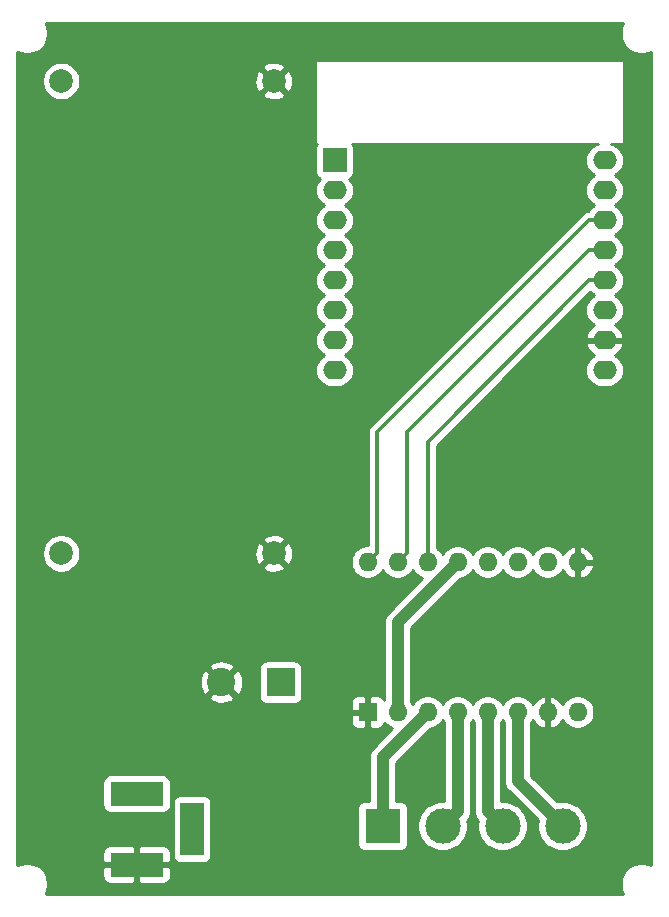
<source format=gbl>
G04 #@! TF.GenerationSoftware,KiCad,Pcbnew,(5.1.5-0-10_14)*
G04 #@! TF.CreationDate,2020-02-16T15:34:34-08:00*
G04 #@! TF.ProjectId,blinds_motor_driver,626c696e-6473-45f6-9d6f-746f725f6472,rev?*
G04 #@! TF.SameCoordinates,Original*
G04 #@! TF.FileFunction,Copper,L2,Bot*
G04 #@! TF.FilePolarity,Positive*
%FSLAX46Y46*%
G04 Gerber Fmt 4.6, Leading zero omitted, Abs format (unit mm)*
G04 Created by KiCad (PCBNEW (5.1.5-0-10_14)) date 2020-02-16 15:34:34*
%MOMM*%
%LPD*%
G04 APERTURE LIST*
%ADD10O,2.000000X1.600000*%
%ADD11R,2.000000X2.000000*%
%ADD12C,2.000000*%
%ADD13C,3.000000*%
%ADD14R,3.000000X3.000000*%
%ADD15R,4.500000X2.000000*%
%ADD16R,2.000000X4.500000*%
%ADD17C,2.400000*%
%ADD18R,2.400000X2.400000*%
%ADD19O,1.600000X1.600000*%
%ADD20R,1.600000X1.600000*%
%ADD21C,1.000000*%
%ADD22C,0.300000*%
%ADD23C,0.254000*%
G04 APERTURE END LIST*
D10*
X150368000Y-62230000D03*
X150368000Y-64770000D03*
X150368000Y-67310000D03*
X150368000Y-69850000D03*
X150368000Y-72390000D03*
X150368000Y-74930000D03*
X150368000Y-77470000D03*
X150368000Y-80010000D03*
X127508000Y-80010000D03*
X127508000Y-77470000D03*
X127508000Y-74930000D03*
X127508000Y-72390000D03*
X127508000Y-69850000D03*
X127508000Y-67310000D03*
D11*
X127508000Y-62230000D03*
D10*
X127508000Y-64770000D03*
D12*
X104362000Y-95536000D03*
X122362000Y-95536000D03*
X122362000Y-55536000D03*
X104362000Y-55536000D03*
D13*
X146812000Y-118618000D03*
D14*
X131572000Y-118618000D03*
D13*
X141732000Y-118618000D03*
X136652000Y-118618000D03*
D15*
X110744000Y-121872000D03*
X110744000Y-115872000D03*
D16*
X115444000Y-118872000D03*
D17*
X117936000Y-106426000D03*
D18*
X122936000Y-106426000D03*
D19*
X130302000Y-96266000D03*
X148082000Y-108966000D03*
X132842000Y-96266000D03*
X145542000Y-108966000D03*
X135382000Y-96266000D03*
X143002000Y-108966000D03*
X137922000Y-96266000D03*
X140462000Y-108966000D03*
X140462000Y-96266000D03*
X137922000Y-108966000D03*
X143002000Y-96266000D03*
X135382000Y-108966000D03*
X145542000Y-96266000D03*
X132842000Y-108966000D03*
X148082000Y-96266000D03*
D20*
X130302000Y-108966000D03*
D21*
X143002000Y-114808000D02*
X146812000Y-118618000D01*
X143002000Y-108966000D02*
X143002000Y-114808000D01*
X132842000Y-101346000D02*
X132842000Y-108966000D01*
X137922000Y-96266000D02*
X132842000Y-101346000D01*
X140462000Y-117348000D02*
X141732000Y-118618000D01*
X140462000Y-108966000D02*
X140462000Y-117348000D01*
X137922000Y-117348000D02*
X136652000Y-118618000D01*
X137922000Y-108966000D02*
X137922000Y-117348000D01*
X131572000Y-112776000D02*
X131572000Y-118618000D01*
X135382000Y-108966000D02*
X131572000Y-112776000D01*
D22*
X149068000Y-67310000D02*
X150368000Y-67310000D01*
X131101999Y-95466001D02*
X131101999Y-85276001D01*
X130302000Y-96266000D02*
X131101999Y-95466001D01*
X131101999Y-85276001D02*
X149068000Y-67310000D01*
X149068000Y-69850000D02*
X150368000Y-69850000D01*
X133641999Y-85276001D02*
X149068000Y-69850000D01*
X133641999Y-95466001D02*
X133641999Y-85276001D01*
X132842000Y-96266000D02*
X133641999Y-95466001D01*
X149068000Y-72390000D02*
X150368000Y-72390000D01*
X135382000Y-86076000D02*
X149068000Y-72390000D01*
X135382000Y-96266000D02*
X135382000Y-86076000D01*
D23*
G36*
X151930180Y-50660914D02*
G01*
X151796646Y-50983293D01*
X151728571Y-51325529D01*
X151728571Y-51674471D01*
X151796646Y-52016707D01*
X151930180Y-52339086D01*
X152124041Y-52629220D01*
X152370780Y-52875959D01*
X152660914Y-53069820D01*
X152983293Y-53203354D01*
X153325529Y-53271429D01*
X153674471Y-53271429D01*
X154016707Y-53203354D01*
X154339086Y-53069820D01*
X154340000Y-53069209D01*
X154340001Y-121930791D01*
X154339086Y-121930180D01*
X154016707Y-121796646D01*
X153674471Y-121728571D01*
X153325529Y-121728571D01*
X152983293Y-121796646D01*
X152660914Y-121930180D01*
X152370780Y-122124041D01*
X152124041Y-122370780D01*
X151930180Y-122660914D01*
X151796646Y-122983293D01*
X151728571Y-123325529D01*
X151728571Y-123674471D01*
X151796646Y-124016707D01*
X151930180Y-124339086D01*
X151930791Y-124340000D01*
X103069209Y-124340000D01*
X103069820Y-124339086D01*
X103203354Y-124016707D01*
X103271429Y-123674471D01*
X103271429Y-123325529D01*
X103203354Y-122983293D01*
X103157255Y-122872000D01*
X107855928Y-122872000D01*
X107868188Y-122996482D01*
X107904498Y-123116180D01*
X107963463Y-123226494D01*
X108042815Y-123323185D01*
X108139506Y-123402537D01*
X108249820Y-123461502D01*
X108369518Y-123497812D01*
X108494000Y-123510072D01*
X110458250Y-123507000D01*
X110617000Y-123348250D01*
X110617000Y-121999000D01*
X110871000Y-121999000D01*
X110871000Y-123348250D01*
X111029750Y-123507000D01*
X112994000Y-123510072D01*
X113118482Y-123497812D01*
X113238180Y-123461502D01*
X113348494Y-123402537D01*
X113445185Y-123323185D01*
X113524537Y-123226494D01*
X113583502Y-123116180D01*
X113619812Y-122996482D01*
X113632072Y-122872000D01*
X113629000Y-122157750D01*
X113470250Y-121999000D01*
X110871000Y-121999000D01*
X110617000Y-121999000D01*
X108017750Y-121999000D01*
X107859000Y-122157750D01*
X107855928Y-122872000D01*
X103157255Y-122872000D01*
X103069820Y-122660914D01*
X102875959Y-122370780D01*
X102629220Y-122124041D01*
X102339086Y-121930180D01*
X102016707Y-121796646D01*
X101674471Y-121728571D01*
X101325529Y-121728571D01*
X100983293Y-121796646D01*
X100660914Y-121930180D01*
X100660000Y-121930791D01*
X100660000Y-120872000D01*
X107855928Y-120872000D01*
X107859000Y-121586250D01*
X108017750Y-121745000D01*
X110617000Y-121745000D01*
X110617000Y-120395750D01*
X110871000Y-120395750D01*
X110871000Y-121745000D01*
X113470250Y-121745000D01*
X113629000Y-121586250D01*
X113632072Y-120872000D01*
X113619812Y-120747518D01*
X113583502Y-120627820D01*
X113524537Y-120517506D01*
X113445185Y-120420815D01*
X113348494Y-120341463D01*
X113238180Y-120282498D01*
X113118482Y-120246188D01*
X112994000Y-120233928D01*
X111029750Y-120237000D01*
X110871000Y-120395750D01*
X110617000Y-120395750D01*
X110458250Y-120237000D01*
X108494000Y-120233928D01*
X108369518Y-120246188D01*
X108249820Y-120282498D01*
X108139506Y-120341463D01*
X108042815Y-120420815D01*
X107963463Y-120517506D01*
X107904498Y-120627820D01*
X107868188Y-120747518D01*
X107855928Y-120872000D01*
X100660000Y-120872000D01*
X100660000Y-114872000D01*
X107855928Y-114872000D01*
X107855928Y-116872000D01*
X107868188Y-116996482D01*
X107904498Y-117116180D01*
X107963463Y-117226494D01*
X108042815Y-117323185D01*
X108139506Y-117402537D01*
X108249820Y-117461502D01*
X108369518Y-117497812D01*
X108494000Y-117510072D01*
X112994000Y-117510072D01*
X113118482Y-117497812D01*
X113238180Y-117461502D01*
X113348494Y-117402537D01*
X113445185Y-117323185D01*
X113524537Y-117226494D01*
X113583502Y-117116180D01*
X113619812Y-116996482D01*
X113632072Y-116872000D01*
X113632072Y-116622000D01*
X113805928Y-116622000D01*
X113805928Y-121122000D01*
X113818188Y-121246482D01*
X113854498Y-121366180D01*
X113913463Y-121476494D01*
X113992815Y-121573185D01*
X114089506Y-121652537D01*
X114199820Y-121711502D01*
X114319518Y-121747812D01*
X114444000Y-121760072D01*
X116444000Y-121760072D01*
X116568482Y-121747812D01*
X116688180Y-121711502D01*
X116798494Y-121652537D01*
X116895185Y-121573185D01*
X116974537Y-121476494D01*
X117033502Y-121366180D01*
X117069812Y-121246482D01*
X117082072Y-121122000D01*
X117082072Y-116622000D01*
X117069812Y-116497518D01*
X117033502Y-116377820D01*
X116974537Y-116267506D01*
X116895185Y-116170815D01*
X116798494Y-116091463D01*
X116688180Y-116032498D01*
X116568482Y-115996188D01*
X116444000Y-115983928D01*
X114444000Y-115983928D01*
X114319518Y-115996188D01*
X114199820Y-116032498D01*
X114089506Y-116091463D01*
X113992815Y-116170815D01*
X113913463Y-116267506D01*
X113854498Y-116377820D01*
X113818188Y-116497518D01*
X113805928Y-116622000D01*
X113632072Y-116622000D01*
X113632072Y-114872000D01*
X113619812Y-114747518D01*
X113583502Y-114627820D01*
X113524537Y-114517506D01*
X113445185Y-114420815D01*
X113348494Y-114341463D01*
X113238180Y-114282498D01*
X113118482Y-114246188D01*
X112994000Y-114233928D01*
X108494000Y-114233928D01*
X108369518Y-114246188D01*
X108249820Y-114282498D01*
X108139506Y-114341463D01*
X108042815Y-114420815D01*
X107963463Y-114517506D01*
X107904498Y-114627820D01*
X107868188Y-114747518D01*
X107855928Y-114872000D01*
X100660000Y-114872000D01*
X100660000Y-109766000D01*
X128863928Y-109766000D01*
X128876188Y-109890482D01*
X128912498Y-110010180D01*
X128971463Y-110120494D01*
X129050815Y-110217185D01*
X129147506Y-110296537D01*
X129257820Y-110355502D01*
X129377518Y-110391812D01*
X129502000Y-110404072D01*
X130016250Y-110401000D01*
X130175000Y-110242250D01*
X130175000Y-109093000D01*
X129025750Y-109093000D01*
X128867000Y-109251750D01*
X128863928Y-109766000D01*
X100660000Y-109766000D01*
X100660000Y-107703980D01*
X116837626Y-107703980D01*
X116957514Y-107988836D01*
X117281210Y-108149699D01*
X117630069Y-108244322D01*
X117990684Y-108269067D01*
X118349198Y-108222985D01*
X118691833Y-108107846D01*
X118914486Y-107988836D01*
X119034374Y-107703980D01*
X117936000Y-106605605D01*
X116837626Y-107703980D01*
X100660000Y-107703980D01*
X100660000Y-106480684D01*
X116092933Y-106480684D01*
X116139015Y-106839198D01*
X116254154Y-107181833D01*
X116373164Y-107404486D01*
X116658020Y-107524374D01*
X117756395Y-106426000D01*
X118115605Y-106426000D01*
X119213980Y-107524374D01*
X119498836Y-107404486D01*
X119659699Y-107080790D01*
X119754322Y-106731931D01*
X119779067Y-106371316D01*
X119732985Y-106012802D01*
X119617846Y-105670167D01*
X119498836Y-105447514D01*
X119213980Y-105327626D01*
X118115605Y-106426000D01*
X117756395Y-106426000D01*
X116658020Y-105327626D01*
X116373164Y-105447514D01*
X116212301Y-105771210D01*
X116117678Y-106120069D01*
X116092933Y-106480684D01*
X100660000Y-106480684D01*
X100660000Y-105148020D01*
X116837626Y-105148020D01*
X117936000Y-106246395D01*
X118956394Y-105226000D01*
X121097928Y-105226000D01*
X121097928Y-107626000D01*
X121110188Y-107750482D01*
X121146498Y-107870180D01*
X121205463Y-107980494D01*
X121284815Y-108077185D01*
X121381506Y-108156537D01*
X121491820Y-108215502D01*
X121611518Y-108251812D01*
X121736000Y-108264072D01*
X124136000Y-108264072D01*
X124260482Y-108251812D01*
X124380180Y-108215502D01*
X124472790Y-108166000D01*
X128863928Y-108166000D01*
X128867000Y-108680250D01*
X129025750Y-108839000D01*
X130175000Y-108839000D01*
X130175000Y-107689750D01*
X130016250Y-107531000D01*
X129502000Y-107527928D01*
X129377518Y-107540188D01*
X129257820Y-107576498D01*
X129147506Y-107635463D01*
X129050815Y-107714815D01*
X128971463Y-107811506D01*
X128912498Y-107921820D01*
X128876188Y-108041518D01*
X128863928Y-108166000D01*
X124472790Y-108166000D01*
X124490494Y-108156537D01*
X124587185Y-108077185D01*
X124666537Y-107980494D01*
X124725502Y-107870180D01*
X124761812Y-107750482D01*
X124774072Y-107626000D01*
X124774072Y-105226000D01*
X124761812Y-105101518D01*
X124725502Y-104981820D01*
X124666537Y-104871506D01*
X124587185Y-104774815D01*
X124490494Y-104695463D01*
X124380180Y-104636498D01*
X124260482Y-104600188D01*
X124136000Y-104587928D01*
X121736000Y-104587928D01*
X121611518Y-104600188D01*
X121491820Y-104636498D01*
X121381506Y-104695463D01*
X121284815Y-104774815D01*
X121205463Y-104871506D01*
X121146498Y-104981820D01*
X121110188Y-105101518D01*
X121097928Y-105226000D01*
X118956394Y-105226000D01*
X119034374Y-105148020D01*
X118914486Y-104863164D01*
X118590790Y-104702301D01*
X118241931Y-104607678D01*
X117881316Y-104582933D01*
X117522802Y-104629015D01*
X117180167Y-104744154D01*
X116957514Y-104863164D01*
X116837626Y-105148020D01*
X100660000Y-105148020D01*
X100660000Y-95374967D01*
X102727000Y-95374967D01*
X102727000Y-95697033D01*
X102789832Y-96012912D01*
X102913082Y-96310463D01*
X103092013Y-96578252D01*
X103319748Y-96805987D01*
X103587537Y-96984918D01*
X103885088Y-97108168D01*
X104200967Y-97171000D01*
X104523033Y-97171000D01*
X104838912Y-97108168D01*
X105136463Y-96984918D01*
X105404252Y-96805987D01*
X105538826Y-96671413D01*
X121406192Y-96671413D01*
X121501956Y-96935814D01*
X121791571Y-97076704D01*
X122103108Y-97158384D01*
X122424595Y-97177718D01*
X122743675Y-97133961D01*
X123048088Y-97028795D01*
X123222044Y-96935814D01*
X123317808Y-96671413D01*
X122362000Y-95715605D01*
X121406192Y-96671413D01*
X105538826Y-96671413D01*
X105631987Y-96578252D01*
X105810918Y-96310463D01*
X105934168Y-96012912D01*
X105997000Y-95697033D01*
X105997000Y-95598595D01*
X120720282Y-95598595D01*
X120764039Y-95917675D01*
X120869205Y-96222088D01*
X120962186Y-96396044D01*
X121226587Y-96491808D01*
X122182395Y-95536000D01*
X122541605Y-95536000D01*
X123497413Y-96491808D01*
X123761814Y-96396044D01*
X123902704Y-96106429D01*
X123984384Y-95794892D01*
X124003718Y-95473405D01*
X123959961Y-95154325D01*
X123854795Y-94849912D01*
X123761814Y-94675956D01*
X123497413Y-94580192D01*
X122541605Y-95536000D01*
X122182395Y-95536000D01*
X121226587Y-94580192D01*
X120962186Y-94675956D01*
X120821296Y-94965571D01*
X120739616Y-95277108D01*
X120720282Y-95598595D01*
X105997000Y-95598595D01*
X105997000Y-95374967D01*
X105934168Y-95059088D01*
X105810918Y-94761537D01*
X105631987Y-94493748D01*
X105538826Y-94400587D01*
X121406192Y-94400587D01*
X122362000Y-95356395D01*
X123317808Y-94400587D01*
X123222044Y-94136186D01*
X122932429Y-93995296D01*
X122620892Y-93913616D01*
X122299405Y-93894282D01*
X121980325Y-93938039D01*
X121675912Y-94043205D01*
X121501956Y-94136186D01*
X121406192Y-94400587D01*
X105538826Y-94400587D01*
X105404252Y-94266013D01*
X105136463Y-94087082D01*
X104838912Y-93963832D01*
X104523033Y-93901000D01*
X104200967Y-93901000D01*
X103885088Y-93963832D01*
X103587537Y-94087082D01*
X103319748Y-94266013D01*
X103092013Y-94493748D01*
X102913082Y-94761537D01*
X102789832Y-95059088D01*
X102727000Y-95374967D01*
X100660000Y-95374967D01*
X100660000Y-55374967D01*
X102727000Y-55374967D01*
X102727000Y-55697033D01*
X102789832Y-56012912D01*
X102913082Y-56310463D01*
X103092013Y-56578252D01*
X103319748Y-56805987D01*
X103587537Y-56984918D01*
X103885088Y-57108168D01*
X104200967Y-57171000D01*
X104523033Y-57171000D01*
X104838912Y-57108168D01*
X105136463Y-56984918D01*
X105404252Y-56805987D01*
X105538826Y-56671413D01*
X121406192Y-56671413D01*
X121501956Y-56935814D01*
X121791571Y-57076704D01*
X122103108Y-57158384D01*
X122424595Y-57177718D01*
X122743675Y-57133961D01*
X123048088Y-57028795D01*
X123222044Y-56935814D01*
X123317808Y-56671413D01*
X122362000Y-55715605D01*
X121406192Y-56671413D01*
X105538826Y-56671413D01*
X105631987Y-56578252D01*
X105810918Y-56310463D01*
X105934168Y-56012912D01*
X105997000Y-55697033D01*
X105997000Y-55598595D01*
X120720282Y-55598595D01*
X120764039Y-55917675D01*
X120869205Y-56222088D01*
X120962186Y-56396044D01*
X121226587Y-56491808D01*
X122182395Y-55536000D01*
X122541605Y-55536000D01*
X123497413Y-56491808D01*
X123761814Y-56396044D01*
X123902704Y-56106429D01*
X123984384Y-55794892D01*
X124003718Y-55473405D01*
X123959961Y-55154325D01*
X123854795Y-54849912D01*
X123761814Y-54675956D01*
X123497413Y-54580192D01*
X122541605Y-55536000D01*
X122182395Y-55536000D01*
X121226587Y-54580192D01*
X120962186Y-54675956D01*
X120821296Y-54965571D01*
X120739616Y-55277108D01*
X120720282Y-55598595D01*
X105997000Y-55598595D01*
X105997000Y-55374967D01*
X105934168Y-55059088D01*
X105810918Y-54761537D01*
X105631987Y-54493748D01*
X105538826Y-54400587D01*
X121406192Y-54400587D01*
X122362000Y-55356395D01*
X123317808Y-54400587D01*
X123222044Y-54136186D01*
X122932429Y-53995296D01*
X122620892Y-53913616D01*
X122299405Y-53894282D01*
X121980325Y-53938039D01*
X121675912Y-54043205D01*
X121501956Y-54136186D01*
X121406192Y-54400587D01*
X105538826Y-54400587D01*
X105404252Y-54266013D01*
X105136463Y-54087082D01*
X104838912Y-53963832D01*
X104523033Y-53901000D01*
X104200967Y-53901000D01*
X103885088Y-53963832D01*
X103587537Y-54087082D01*
X103319748Y-54266013D01*
X103092013Y-54493748D01*
X102913082Y-54761537D01*
X102789832Y-55059088D01*
X102727000Y-55374967D01*
X100660000Y-55374967D01*
X100660000Y-53848000D01*
X125857000Y-53848000D01*
X125857000Y-60706000D01*
X125859440Y-60730776D01*
X125866667Y-60754601D01*
X125878403Y-60776557D01*
X125894197Y-60795803D01*
X125913443Y-60811597D01*
X125935399Y-60823333D01*
X125959224Y-60830560D01*
X125984000Y-60833000D01*
X126012347Y-60833000D01*
X125977463Y-60875506D01*
X125918498Y-60985820D01*
X125882188Y-61105518D01*
X125869928Y-61230000D01*
X125869928Y-63230000D01*
X125882188Y-63354482D01*
X125918498Y-63474180D01*
X125977463Y-63584494D01*
X126056815Y-63681185D01*
X126153506Y-63760537D01*
X126241476Y-63807559D01*
X126109068Y-63968899D01*
X125975818Y-64218192D01*
X125893764Y-64488691D01*
X125866057Y-64770000D01*
X125893764Y-65051309D01*
X125975818Y-65321808D01*
X126109068Y-65571101D01*
X126288392Y-65789608D01*
X126506899Y-65968932D01*
X126639858Y-66040000D01*
X126506899Y-66111068D01*
X126288392Y-66290392D01*
X126109068Y-66508899D01*
X125975818Y-66758192D01*
X125893764Y-67028691D01*
X125866057Y-67310000D01*
X125893764Y-67591309D01*
X125975818Y-67861808D01*
X126109068Y-68111101D01*
X126288392Y-68329608D01*
X126506899Y-68508932D01*
X126639858Y-68580000D01*
X126506899Y-68651068D01*
X126288392Y-68830392D01*
X126109068Y-69048899D01*
X125975818Y-69298192D01*
X125893764Y-69568691D01*
X125866057Y-69850000D01*
X125893764Y-70131309D01*
X125975818Y-70401808D01*
X126109068Y-70651101D01*
X126288392Y-70869608D01*
X126506899Y-71048932D01*
X126639858Y-71120000D01*
X126506899Y-71191068D01*
X126288392Y-71370392D01*
X126109068Y-71588899D01*
X125975818Y-71838192D01*
X125893764Y-72108691D01*
X125866057Y-72390000D01*
X125893764Y-72671309D01*
X125975818Y-72941808D01*
X126109068Y-73191101D01*
X126288392Y-73409608D01*
X126506899Y-73588932D01*
X126639858Y-73660000D01*
X126506899Y-73731068D01*
X126288392Y-73910392D01*
X126109068Y-74128899D01*
X125975818Y-74378192D01*
X125893764Y-74648691D01*
X125866057Y-74930000D01*
X125893764Y-75211309D01*
X125975818Y-75481808D01*
X126109068Y-75731101D01*
X126288392Y-75949608D01*
X126506899Y-76128932D01*
X126639858Y-76200000D01*
X126506899Y-76271068D01*
X126288392Y-76450392D01*
X126109068Y-76668899D01*
X125975818Y-76918192D01*
X125893764Y-77188691D01*
X125866057Y-77470000D01*
X125893764Y-77751309D01*
X125975818Y-78021808D01*
X126109068Y-78271101D01*
X126288392Y-78489608D01*
X126506899Y-78668932D01*
X126639858Y-78740000D01*
X126506899Y-78811068D01*
X126288392Y-78990392D01*
X126109068Y-79208899D01*
X125975818Y-79458192D01*
X125893764Y-79728691D01*
X125866057Y-80010000D01*
X125893764Y-80291309D01*
X125975818Y-80561808D01*
X126109068Y-80811101D01*
X126288392Y-81029608D01*
X126506899Y-81208932D01*
X126756192Y-81342182D01*
X127026691Y-81424236D01*
X127237508Y-81445000D01*
X127778492Y-81445000D01*
X127989309Y-81424236D01*
X128259808Y-81342182D01*
X128509101Y-81208932D01*
X128727608Y-81029608D01*
X128906932Y-80811101D01*
X129040182Y-80561808D01*
X129122236Y-80291309D01*
X129149943Y-80010000D01*
X129122236Y-79728691D01*
X129040182Y-79458192D01*
X128906932Y-79208899D01*
X128727608Y-78990392D01*
X128509101Y-78811068D01*
X128376142Y-78740000D01*
X128509101Y-78668932D01*
X128727608Y-78489608D01*
X128906932Y-78271101D01*
X129040182Y-78021808D01*
X129122236Y-77751309D01*
X129149943Y-77470000D01*
X129122236Y-77188691D01*
X129040182Y-76918192D01*
X128906932Y-76668899D01*
X128727608Y-76450392D01*
X128509101Y-76271068D01*
X128376142Y-76200000D01*
X128509101Y-76128932D01*
X128727608Y-75949608D01*
X128906932Y-75731101D01*
X129040182Y-75481808D01*
X129122236Y-75211309D01*
X129149943Y-74930000D01*
X129122236Y-74648691D01*
X129040182Y-74378192D01*
X128906932Y-74128899D01*
X128727608Y-73910392D01*
X128509101Y-73731068D01*
X128376142Y-73660000D01*
X128509101Y-73588932D01*
X128727608Y-73409608D01*
X128906932Y-73191101D01*
X129040182Y-72941808D01*
X129122236Y-72671309D01*
X129149943Y-72390000D01*
X129122236Y-72108691D01*
X129040182Y-71838192D01*
X128906932Y-71588899D01*
X128727608Y-71370392D01*
X128509101Y-71191068D01*
X128376142Y-71120000D01*
X128509101Y-71048932D01*
X128727608Y-70869608D01*
X128906932Y-70651101D01*
X129040182Y-70401808D01*
X129122236Y-70131309D01*
X129149943Y-69850000D01*
X129122236Y-69568691D01*
X129040182Y-69298192D01*
X128906932Y-69048899D01*
X128727608Y-68830392D01*
X128509101Y-68651068D01*
X128376142Y-68580000D01*
X128509101Y-68508932D01*
X128727608Y-68329608D01*
X128906932Y-68111101D01*
X129040182Y-67861808D01*
X129122236Y-67591309D01*
X129149943Y-67310000D01*
X129122236Y-67028691D01*
X129040182Y-66758192D01*
X128906932Y-66508899D01*
X128727608Y-66290392D01*
X128509101Y-66111068D01*
X128376142Y-66040000D01*
X128509101Y-65968932D01*
X128727608Y-65789608D01*
X128906932Y-65571101D01*
X129040182Y-65321808D01*
X129122236Y-65051309D01*
X129149943Y-64770000D01*
X129122236Y-64488691D01*
X129040182Y-64218192D01*
X128906932Y-63968899D01*
X128774524Y-63807559D01*
X128862494Y-63760537D01*
X128959185Y-63681185D01*
X129038537Y-63584494D01*
X129097502Y-63474180D01*
X129133812Y-63354482D01*
X129146072Y-63230000D01*
X129146072Y-61230000D01*
X129133812Y-61105518D01*
X129097502Y-60985820D01*
X129038537Y-60875506D01*
X129003653Y-60833000D01*
X149829871Y-60833000D01*
X149616192Y-60897818D01*
X149366899Y-61031068D01*
X149148392Y-61210392D01*
X148969068Y-61428899D01*
X148835818Y-61678192D01*
X148753764Y-61948691D01*
X148726057Y-62230000D01*
X148753764Y-62511309D01*
X148835818Y-62781808D01*
X148969068Y-63031101D01*
X149148392Y-63249608D01*
X149366899Y-63428932D01*
X149499858Y-63500000D01*
X149366899Y-63571068D01*
X149148392Y-63750392D01*
X148969068Y-63968899D01*
X148835818Y-64218192D01*
X148753764Y-64488691D01*
X148726057Y-64770000D01*
X148753764Y-65051309D01*
X148835818Y-65321808D01*
X148969068Y-65571101D01*
X149148392Y-65789608D01*
X149366899Y-65968932D01*
X149499858Y-66040000D01*
X149366899Y-66111068D01*
X149148392Y-66290392D01*
X148969068Y-66508899D01*
X148956629Y-66532171D01*
X148928490Y-66534943D01*
X148914112Y-66536359D01*
X148879672Y-66546806D01*
X148766140Y-66581246D01*
X148629767Y-66654138D01*
X148569559Y-66703550D01*
X148540187Y-66727655D01*
X148540184Y-66727658D01*
X148510236Y-66752236D01*
X148485658Y-66782184D01*
X130574184Y-84693659D01*
X130544236Y-84718237D01*
X130519658Y-84748185D01*
X130519654Y-84748189D01*
X130486689Y-84788357D01*
X130446138Y-84837768D01*
X130407176Y-84910661D01*
X130373245Y-84974142D01*
X130328358Y-85122115D01*
X130313202Y-85276001D01*
X130317000Y-85314564D01*
X130316999Y-94831000D01*
X130160665Y-94831000D01*
X129883426Y-94886147D01*
X129622273Y-94994320D01*
X129387241Y-95151363D01*
X129187363Y-95351241D01*
X129030320Y-95586273D01*
X128922147Y-95847426D01*
X128867000Y-96124665D01*
X128867000Y-96407335D01*
X128922147Y-96684574D01*
X129030320Y-96945727D01*
X129187363Y-97180759D01*
X129387241Y-97380637D01*
X129622273Y-97537680D01*
X129883426Y-97645853D01*
X130160665Y-97701000D01*
X130443335Y-97701000D01*
X130720574Y-97645853D01*
X130981727Y-97537680D01*
X131216759Y-97380637D01*
X131416637Y-97180759D01*
X131572000Y-96948241D01*
X131727363Y-97180759D01*
X131927241Y-97380637D01*
X132162273Y-97537680D01*
X132423426Y-97645853D01*
X132700665Y-97701000D01*
X132983335Y-97701000D01*
X133260574Y-97645853D01*
X133521727Y-97537680D01*
X133756759Y-97380637D01*
X133956637Y-97180759D01*
X134112000Y-96948241D01*
X134267363Y-97180759D01*
X134467241Y-97380637D01*
X134702273Y-97537680D01*
X134944751Y-97638118D01*
X132078865Y-100504004D01*
X132035551Y-100539551D01*
X131893716Y-100712377D01*
X131788325Y-100909553D01*
X131788324Y-100909554D01*
X131723423Y-101123502D01*
X131701509Y-101346000D01*
X131707000Y-101401752D01*
X131707001Y-107972913D01*
X131691502Y-107921820D01*
X131632537Y-107811506D01*
X131553185Y-107714815D01*
X131456494Y-107635463D01*
X131346180Y-107576498D01*
X131226482Y-107540188D01*
X131102000Y-107527928D01*
X130587750Y-107531000D01*
X130429000Y-107689750D01*
X130429000Y-108839000D01*
X130449000Y-108839000D01*
X130449000Y-109093000D01*
X130429000Y-109093000D01*
X130429000Y-110242250D01*
X130587750Y-110401000D01*
X131102000Y-110404072D01*
X131226482Y-110391812D01*
X131346180Y-110355502D01*
X131456494Y-110296537D01*
X131553185Y-110217185D01*
X131632537Y-110120494D01*
X131691502Y-110010180D01*
X131727812Y-109890482D01*
X131728643Y-109882039D01*
X131927241Y-110080637D01*
X132162273Y-110237680D01*
X132404751Y-110338117D01*
X130808865Y-111934004D01*
X130765551Y-111969551D01*
X130623716Y-112142377D01*
X130518325Y-112339553D01*
X130518324Y-112339554D01*
X130453423Y-112553502D01*
X130431509Y-112776000D01*
X130437000Y-112831752D01*
X130437001Y-116479928D01*
X130072000Y-116479928D01*
X129947518Y-116492188D01*
X129827820Y-116528498D01*
X129717506Y-116587463D01*
X129620815Y-116666815D01*
X129541463Y-116763506D01*
X129482498Y-116873820D01*
X129446188Y-116993518D01*
X129433928Y-117118000D01*
X129433928Y-120118000D01*
X129446188Y-120242482D01*
X129482498Y-120362180D01*
X129541463Y-120472494D01*
X129620815Y-120569185D01*
X129717506Y-120648537D01*
X129827820Y-120707502D01*
X129947518Y-120743812D01*
X130072000Y-120756072D01*
X133072000Y-120756072D01*
X133196482Y-120743812D01*
X133316180Y-120707502D01*
X133426494Y-120648537D01*
X133523185Y-120569185D01*
X133602537Y-120472494D01*
X133661502Y-120362180D01*
X133697812Y-120242482D01*
X133710072Y-120118000D01*
X133710072Y-117118000D01*
X133697812Y-116993518D01*
X133661502Y-116873820D01*
X133602537Y-116763506D01*
X133523185Y-116666815D01*
X133426494Y-116587463D01*
X133316180Y-116528498D01*
X133196482Y-116492188D01*
X133072000Y-116479928D01*
X132707000Y-116479928D01*
X132707000Y-113246131D01*
X135559283Y-110393849D01*
X135800574Y-110345853D01*
X136061727Y-110237680D01*
X136296759Y-110080637D01*
X136496637Y-109880759D01*
X136652000Y-109648241D01*
X136787000Y-109850284D01*
X136787001Y-116483000D01*
X136441721Y-116483000D01*
X136029244Y-116565047D01*
X135640698Y-116725988D01*
X135291017Y-116959637D01*
X134993637Y-117257017D01*
X134759988Y-117606698D01*
X134599047Y-117995244D01*
X134517000Y-118407721D01*
X134517000Y-118828279D01*
X134599047Y-119240756D01*
X134759988Y-119629302D01*
X134993637Y-119978983D01*
X135291017Y-120276363D01*
X135640698Y-120510012D01*
X136029244Y-120670953D01*
X136441721Y-120753000D01*
X136862279Y-120753000D01*
X137274756Y-120670953D01*
X137663302Y-120510012D01*
X138012983Y-120276363D01*
X138310363Y-119978983D01*
X138544012Y-119629302D01*
X138704953Y-119240756D01*
X138787000Y-118828279D01*
X138787000Y-118407721D01*
X138735027Y-118146434D01*
X138870284Y-117981623D01*
X138975676Y-117784447D01*
X139040577Y-117570499D01*
X139057000Y-117403752D01*
X139057000Y-117403745D01*
X139062490Y-117348001D01*
X139057000Y-117292257D01*
X139057000Y-109850284D01*
X139192000Y-109648241D01*
X139327000Y-109850284D01*
X139327001Y-117292239D01*
X139321509Y-117348000D01*
X139343423Y-117570498D01*
X139408324Y-117784446D01*
X139408325Y-117784447D01*
X139513717Y-117981623D01*
X139648974Y-118146433D01*
X139597000Y-118407721D01*
X139597000Y-118828279D01*
X139679047Y-119240756D01*
X139839988Y-119629302D01*
X140073637Y-119978983D01*
X140371017Y-120276363D01*
X140720698Y-120510012D01*
X141109244Y-120670953D01*
X141521721Y-120753000D01*
X141942279Y-120753000D01*
X142354756Y-120670953D01*
X142743302Y-120510012D01*
X143092983Y-120276363D01*
X143390363Y-119978983D01*
X143624012Y-119629302D01*
X143784953Y-119240756D01*
X143867000Y-118828279D01*
X143867000Y-118407721D01*
X143784953Y-117995244D01*
X143624012Y-117606698D01*
X143390363Y-117257017D01*
X143092983Y-116959637D01*
X142743302Y-116725988D01*
X142354756Y-116565047D01*
X141942279Y-116483000D01*
X141597000Y-116483000D01*
X141597000Y-109850284D01*
X141732000Y-109648241D01*
X141867000Y-109850284D01*
X141867001Y-114752239D01*
X141861509Y-114808000D01*
X141883423Y-115030498D01*
X141948324Y-115244446D01*
X141948325Y-115244447D01*
X142053717Y-115441623D01*
X142195552Y-115614449D01*
X142238860Y-115649991D01*
X144730023Y-118141156D01*
X144677000Y-118407721D01*
X144677000Y-118828279D01*
X144759047Y-119240756D01*
X144919988Y-119629302D01*
X145153637Y-119978983D01*
X145451017Y-120276363D01*
X145800698Y-120510012D01*
X146189244Y-120670953D01*
X146601721Y-120753000D01*
X147022279Y-120753000D01*
X147434756Y-120670953D01*
X147823302Y-120510012D01*
X148172983Y-120276363D01*
X148470363Y-119978983D01*
X148704012Y-119629302D01*
X148864953Y-119240756D01*
X148947000Y-118828279D01*
X148947000Y-118407721D01*
X148864953Y-117995244D01*
X148704012Y-117606698D01*
X148470363Y-117257017D01*
X148172983Y-116959637D01*
X147823302Y-116725988D01*
X147434756Y-116565047D01*
X147022279Y-116483000D01*
X146601721Y-116483000D01*
X146335156Y-116536023D01*
X144137000Y-114337869D01*
X144137000Y-109850284D01*
X144273680Y-109645727D01*
X144278067Y-109635135D01*
X144389615Y-109821131D01*
X144578586Y-110029519D01*
X144804580Y-110197037D01*
X145058913Y-110317246D01*
X145192961Y-110357904D01*
X145415000Y-110235915D01*
X145415000Y-109093000D01*
X145395000Y-109093000D01*
X145395000Y-108839000D01*
X145415000Y-108839000D01*
X145415000Y-107696085D01*
X145669000Y-107696085D01*
X145669000Y-108839000D01*
X145689000Y-108839000D01*
X145689000Y-109093000D01*
X145669000Y-109093000D01*
X145669000Y-110235915D01*
X145891039Y-110357904D01*
X146025087Y-110317246D01*
X146279420Y-110197037D01*
X146505414Y-110029519D01*
X146694385Y-109821131D01*
X146805933Y-109635135D01*
X146810320Y-109645727D01*
X146967363Y-109880759D01*
X147167241Y-110080637D01*
X147402273Y-110237680D01*
X147663426Y-110345853D01*
X147940665Y-110401000D01*
X148223335Y-110401000D01*
X148500574Y-110345853D01*
X148761727Y-110237680D01*
X148996759Y-110080637D01*
X149196637Y-109880759D01*
X149353680Y-109645727D01*
X149461853Y-109384574D01*
X149517000Y-109107335D01*
X149517000Y-108824665D01*
X149461853Y-108547426D01*
X149353680Y-108286273D01*
X149196637Y-108051241D01*
X148996759Y-107851363D01*
X148761727Y-107694320D01*
X148500574Y-107586147D01*
X148223335Y-107531000D01*
X147940665Y-107531000D01*
X147663426Y-107586147D01*
X147402273Y-107694320D01*
X147167241Y-107851363D01*
X146967363Y-108051241D01*
X146810320Y-108286273D01*
X146805933Y-108296865D01*
X146694385Y-108110869D01*
X146505414Y-107902481D01*
X146279420Y-107734963D01*
X146025087Y-107614754D01*
X145891039Y-107574096D01*
X145669000Y-107696085D01*
X145415000Y-107696085D01*
X145192961Y-107574096D01*
X145058913Y-107614754D01*
X144804580Y-107734963D01*
X144578586Y-107902481D01*
X144389615Y-108110869D01*
X144278067Y-108296865D01*
X144273680Y-108286273D01*
X144116637Y-108051241D01*
X143916759Y-107851363D01*
X143681727Y-107694320D01*
X143420574Y-107586147D01*
X143143335Y-107531000D01*
X142860665Y-107531000D01*
X142583426Y-107586147D01*
X142322273Y-107694320D01*
X142087241Y-107851363D01*
X141887363Y-108051241D01*
X141732000Y-108283759D01*
X141576637Y-108051241D01*
X141376759Y-107851363D01*
X141141727Y-107694320D01*
X140880574Y-107586147D01*
X140603335Y-107531000D01*
X140320665Y-107531000D01*
X140043426Y-107586147D01*
X139782273Y-107694320D01*
X139547241Y-107851363D01*
X139347363Y-108051241D01*
X139192000Y-108283759D01*
X139036637Y-108051241D01*
X138836759Y-107851363D01*
X138601727Y-107694320D01*
X138340574Y-107586147D01*
X138063335Y-107531000D01*
X137780665Y-107531000D01*
X137503426Y-107586147D01*
X137242273Y-107694320D01*
X137007241Y-107851363D01*
X136807363Y-108051241D01*
X136652000Y-108283759D01*
X136496637Y-108051241D01*
X136296759Y-107851363D01*
X136061727Y-107694320D01*
X135800574Y-107586147D01*
X135523335Y-107531000D01*
X135240665Y-107531000D01*
X134963426Y-107586147D01*
X134702273Y-107694320D01*
X134467241Y-107851363D01*
X134267363Y-108051241D01*
X134112000Y-108283759D01*
X133977000Y-108081716D01*
X133977000Y-101816131D01*
X138099282Y-97693850D01*
X138340574Y-97645853D01*
X138601727Y-97537680D01*
X138836759Y-97380637D01*
X139036637Y-97180759D01*
X139192000Y-96948241D01*
X139347363Y-97180759D01*
X139547241Y-97380637D01*
X139782273Y-97537680D01*
X140043426Y-97645853D01*
X140320665Y-97701000D01*
X140603335Y-97701000D01*
X140880574Y-97645853D01*
X141141727Y-97537680D01*
X141376759Y-97380637D01*
X141576637Y-97180759D01*
X141732000Y-96948241D01*
X141887363Y-97180759D01*
X142087241Y-97380637D01*
X142322273Y-97537680D01*
X142583426Y-97645853D01*
X142860665Y-97701000D01*
X143143335Y-97701000D01*
X143420574Y-97645853D01*
X143681727Y-97537680D01*
X143916759Y-97380637D01*
X144116637Y-97180759D01*
X144272000Y-96948241D01*
X144427363Y-97180759D01*
X144627241Y-97380637D01*
X144862273Y-97537680D01*
X145123426Y-97645853D01*
X145400665Y-97701000D01*
X145683335Y-97701000D01*
X145960574Y-97645853D01*
X146221727Y-97537680D01*
X146456759Y-97380637D01*
X146656637Y-97180759D01*
X146813680Y-96945727D01*
X146818067Y-96935135D01*
X146929615Y-97121131D01*
X147118586Y-97329519D01*
X147344580Y-97497037D01*
X147598913Y-97617246D01*
X147732961Y-97657904D01*
X147955000Y-97535915D01*
X147955000Y-96393000D01*
X148209000Y-96393000D01*
X148209000Y-97535915D01*
X148431039Y-97657904D01*
X148565087Y-97617246D01*
X148819420Y-97497037D01*
X149045414Y-97329519D01*
X149234385Y-97121131D01*
X149379070Y-96879881D01*
X149473909Y-96615040D01*
X149352624Y-96393000D01*
X148209000Y-96393000D01*
X147955000Y-96393000D01*
X147935000Y-96393000D01*
X147935000Y-96139000D01*
X147955000Y-96139000D01*
X147955000Y-94996085D01*
X148209000Y-94996085D01*
X148209000Y-96139000D01*
X149352624Y-96139000D01*
X149473909Y-95916960D01*
X149379070Y-95652119D01*
X149234385Y-95410869D01*
X149045414Y-95202481D01*
X148819420Y-95034963D01*
X148565087Y-94914754D01*
X148431039Y-94874096D01*
X148209000Y-94996085D01*
X147955000Y-94996085D01*
X147732961Y-94874096D01*
X147598913Y-94914754D01*
X147344580Y-95034963D01*
X147118586Y-95202481D01*
X146929615Y-95410869D01*
X146818067Y-95596865D01*
X146813680Y-95586273D01*
X146656637Y-95351241D01*
X146456759Y-95151363D01*
X146221727Y-94994320D01*
X145960574Y-94886147D01*
X145683335Y-94831000D01*
X145400665Y-94831000D01*
X145123426Y-94886147D01*
X144862273Y-94994320D01*
X144627241Y-95151363D01*
X144427363Y-95351241D01*
X144272000Y-95583759D01*
X144116637Y-95351241D01*
X143916759Y-95151363D01*
X143681727Y-94994320D01*
X143420574Y-94886147D01*
X143143335Y-94831000D01*
X142860665Y-94831000D01*
X142583426Y-94886147D01*
X142322273Y-94994320D01*
X142087241Y-95151363D01*
X141887363Y-95351241D01*
X141732000Y-95583759D01*
X141576637Y-95351241D01*
X141376759Y-95151363D01*
X141141727Y-94994320D01*
X140880574Y-94886147D01*
X140603335Y-94831000D01*
X140320665Y-94831000D01*
X140043426Y-94886147D01*
X139782273Y-94994320D01*
X139547241Y-95151363D01*
X139347363Y-95351241D01*
X139192000Y-95583759D01*
X139036637Y-95351241D01*
X138836759Y-95151363D01*
X138601727Y-94994320D01*
X138340574Y-94886147D01*
X138063335Y-94831000D01*
X137780665Y-94831000D01*
X137503426Y-94886147D01*
X137242273Y-94994320D01*
X137007241Y-95151363D01*
X136807363Y-95351241D01*
X136652000Y-95583759D01*
X136496637Y-95351241D01*
X136296759Y-95151363D01*
X136167000Y-95064661D01*
X136167000Y-86401157D01*
X142558157Y-80010000D01*
X148726057Y-80010000D01*
X148753764Y-80291309D01*
X148835818Y-80561808D01*
X148969068Y-80811101D01*
X149148392Y-81029608D01*
X149366899Y-81208932D01*
X149616192Y-81342182D01*
X149886691Y-81424236D01*
X150097508Y-81445000D01*
X150638492Y-81445000D01*
X150849309Y-81424236D01*
X151119808Y-81342182D01*
X151369101Y-81208932D01*
X151587608Y-81029608D01*
X151766932Y-80811101D01*
X151900182Y-80561808D01*
X151982236Y-80291309D01*
X152009943Y-80010000D01*
X151982236Y-79728691D01*
X151900182Y-79458192D01*
X151766932Y-79208899D01*
X151587608Y-78990392D01*
X151369101Y-78811068D01*
X151239655Y-78741878D01*
X151257227Y-78734430D01*
X151490662Y-78575673D01*
X151688639Y-78374425D01*
X151843551Y-78138421D01*
X151949444Y-77876730D01*
X151959904Y-77819039D01*
X151837915Y-77597000D01*
X150495000Y-77597000D01*
X150495000Y-77617000D01*
X150241000Y-77617000D01*
X150241000Y-77597000D01*
X148898085Y-77597000D01*
X148776096Y-77819039D01*
X148786556Y-77876730D01*
X148892449Y-78138421D01*
X149047361Y-78374425D01*
X149245338Y-78575673D01*
X149478773Y-78734430D01*
X149496345Y-78741878D01*
X149366899Y-78811068D01*
X149148392Y-78990392D01*
X148969068Y-79208899D01*
X148835818Y-79458192D01*
X148753764Y-79728691D01*
X148726057Y-80010000D01*
X142558157Y-80010000D01*
X149153971Y-73414186D01*
X149366899Y-73588932D01*
X149499858Y-73660000D01*
X149366899Y-73731068D01*
X149148392Y-73910392D01*
X148969068Y-74128899D01*
X148835818Y-74378192D01*
X148753764Y-74648691D01*
X148726057Y-74930000D01*
X148753764Y-75211309D01*
X148835818Y-75481808D01*
X148969068Y-75731101D01*
X149148392Y-75949608D01*
X149366899Y-76128932D01*
X149496345Y-76198122D01*
X149478773Y-76205570D01*
X149245338Y-76364327D01*
X149047361Y-76565575D01*
X148892449Y-76801579D01*
X148786556Y-77063270D01*
X148776096Y-77120961D01*
X148898085Y-77343000D01*
X150241000Y-77343000D01*
X150241000Y-77323000D01*
X150495000Y-77323000D01*
X150495000Y-77343000D01*
X151837915Y-77343000D01*
X151959904Y-77120961D01*
X151949444Y-77063270D01*
X151843551Y-76801579D01*
X151688639Y-76565575D01*
X151490662Y-76364327D01*
X151257227Y-76205570D01*
X151239655Y-76198122D01*
X151369101Y-76128932D01*
X151587608Y-75949608D01*
X151766932Y-75731101D01*
X151900182Y-75481808D01*
X151982236Y-75211309D01*
X152009943Y-74930000D01*
X151982236Y-74648691D01*
X151900182Y-74378192D01*
X151766932Y-74128899D01*
X151587608Y-73910392D01*
X151369101Y-73731068D01*
X151236142Y-73660000D01*
X151369101Y-73588932D01*
X151587608Y-73409608D01*
X151766932Y-73191101D01*
X151900182Y-72941808D01*
X151982236Y-72671309D01*
X152009943Y-72390000D01*
X151982236Y-72108691D01*
X151900182Y-71838192D01*
X151766932Y-71588899D01*
X151587608Y-71370392D01*
X151369101Y-71191068D01*
X151236142Y-71120000D01*
X151369101Y-71048932D01*
X151587608Y-70869608D01*
X151766932Y-70651101D01*
X151900182Y-70401808D01*
X151982236Y-70131309D01*
X152009943Y-69850000D01*
X151982236Y-69568691D01*
X151900182Y-69298192D01*
X151766932Y-69048899D01*
X151587608Y-68830392D01*
X151369101Y-68651068D01*
X151236142Y-68580000D01*
X151369101Y-68508932D01*
X151587608Y-68329608D01*
X151766932Y-68111101D01*
X151900182Y-67861808D01*
X151982236Y-67591309D01*
X152009943Y-67310000D01*
X151982236Y-67028691D01*
X151900182Y-66758192D01*
X151766932Y-66508899D01*
X151587608Y-66290392D01*
X151369101Y-66111068D01*
X151236142Y-66040000D01*
X151369101Y-65968932D01*
X151587608Y-65789608D01*
X151766932Y-65571101D01*
X151900182Y-65321808D01*
X151982236Y-65051309D01*
X152009943Y-64770000D01*
X151982236Y-64488691D01*
X151900182Y-64218192D01*
X151766932Y-63968899D01*
X151587608Y-63750392D01*
X151369101Y-63571068D01*
X151236142Y-63500000D01*
X151369101Y-63428932D01*
X151587608Y-63249608D01*
X151766932Y-63031101D01*
X151900182Y-62781808D01*
X151982236Y-62511309D01*
X152009943Y-62230000D01*
X151982236Y-61948691D01*
X151900182Y-61678192D01*
X151766932Y-61428899D01*
X151587608Y-61210392D01*
X151369101Y-61031068D01*
X151119808Y-60897818D01*
X150906129Y-60833000D01*
X151892000Y-60833000D01*
X151916776Y-60830560D01*
X151940601Y-60823333D01*
X151962557Y-60811597D01*
X151981803Y-60795803D01*
X151997597Y-60776557D01*
X152009333Y-60754601D01*
X152016560Y-60730776D01*
X152019000Y-60706000D01*
X152019000Y-53848000D01*
X152016560Y-53823224D01*
X152009333Y-53799399D01*
X151997597Y-53777443D01*
X151981803Y-53758197D01*
X151962557Y-53742403D01*
X151940601Y-53730667D01*
X151916776Y-53723440D01*
X151892000Y-53721000D01*
X125984000Y-53721000D01*
X125959224Y-53723440D01*
X125935399Y-53730667D01*
X125913443Y-53742403D01*
X125894197Y-53758197D01*
X125878403Y-53777443D01*
X125866667Y-53799399D01*
X125859440Y-53823224D01*
X125857000Y-53848000D01*
X100660000Y-53848000D01*
X100660000Y-53069209D01*
X100660914Y-53069820D01*
X100983293Y-53203354D01*
X101325529Y-53271429D01*
X101674471Y-53271429D01*
X102016707Y-53203354D01*
X102339086Y-53069820D01*
X102629220Y-52875959D01*
X102875959Y-52629220D01*
X103069820Y-52339086D01*
X103203354Y-52016707D01*
X103271429Y-51674471D01*
X103271429Y-51325529D01*
X103203354Y-50983293D01*
X103069820Y-50660914D01*
X103069209Y-50660000D01*
X151930791Y-50660000D01*
X151930180Y-50660914D01*
G37*
X151930180Y-50660914D02*
X151796646Y-50983293D01*
X151728571Y-51325529D01*
X151728571Y-51674471D01*
X151796646Y-52016707D01*
X151930180Y-52339086D01*
X152124041Y-52629220D01*
X152370780Y-52875959D01*
X152660914Y-53069820D01*
X152983293Y-53203354D01*
X153325529Y-53271429D01*
X153674471Y-53271429D01*
X154016707Y-53203354D01*
X154339086Y-53069820D01*
X154340000Y-53069209D01*
X154340001Y-121930791D01*
X154339086Y-121930180D01*
X154016707Y-121796646D01*
X153674471Y-121728571D01*
X153325529Y-121728571D01*
X152983293Y-121796646D01*
X152660914Y-121930180D01*
X152370780Y-122124041D01*
X152124041Y-122370780D01*
X151930180Y-122660914D01*
X151796646Y-122983293D01*
X151728571Y-123325529D01*
X151728571Y-123674471D01*
X151796646Y-124016707D01*
X151930180Y-124339086D01*
X151930791Y-124340000D01*
X103069209Y-124340000D01*
X103069820Y-124339086D01*
X103203354Y-124016707D01*
X103271429Y-123674471D01*
X103271429Y-123325529D01*
X103203354Y-122983293D01*
X103157255Y-122872000D01*
X107855928Y-122872000D01*
X107868188Y-122996482D01*
X107904498Y-123116180D01*
X107963463Y-123226494D01*
X108042815Y-123323185D01*
X108139506Y-123402537D01*
X108249820Y-123461502D01*
X108369518Y-123497812D01*
X108494000Y-123510072D01*
X110458250Y-123507000D01*
X110617000Y-123348250D01*
X110617000Y-121999000D01*
X110871000Y-121999000D01*
X110871000Y-123348250D01*
X111029750Y-123507000D01*
X112994000Y-123510072D01*
X113118482Y-123497812D01*
X113238180Y-123461502D01*
X113348494Y-123402537D01*
X113445185Y-123323185D01*
X113524537Y-123226494D01*
X113583502Y-123116180D01*
X113619812Y-122996482D01*
X113632072Y-122872000D01*
X113629000Y-122157750D01*
X113470250Y-121999000D01*
X110871000Y-121999000D01*
X110617000Y-121999000D01*
X108017750Y-121999000D01*
X107859000Y-122157750D01*
X107855928Y-122872000D01*
X103157255Y-122872000D01*
X103069820Y-122660914D01*
X102875959Y-122370780D01*
X102629220Y-122124041D01*
X102339086Y-121930180D01*
X102016707Y-121796646D01*
X101674471Y-121728571D01*
X101325529Y-121728571D01*
X100983293Y-121796646D01*
X100660914Y-121930180D01*
X100660000Y-121930791D01*
X100660000Y-120872000D01*
X107855928Y-120872000D01*
X107859000Y-121586250D01*
X108017750Y-121745000D01*
X110617000Y-121745000D01*
X110617000Y-120395750D01*
X110871000Y-120395750D01*
X110871000Y-121745000D01*
X113470250Y-121745000D01*
X113629000Y-121586250D01*
X113632072Y-120872000D01*
X113619812Y-120747518D01*
X113583502Y-120627820D01*
X113524537Y-120517506D01*
X113445185Y-120420815D01*
X113348494Y-120341463D01*
X113238180Y-120282498D01*
X113118482Y-120246188D01*
X112994000Y-120233928D01*
X111029750Y-120237000D01*
X110871000Y-120395750D01*
X110617000Y-120395750D01*
X110458250Y-120237000D01*
X108494000Y-120233928D01*
X108369518Y-120246188D01*
X108249820Y-120282498D01*
X108139506Y-120341463D01*
X108042815Y-120420815D01*
X107963463Y-120517506D01*
X107904498Y-120627820D01*
X107868188Y-120747518D01*
X107855928Y-120872000D01*
X100660000Y-120872000D01*
X100660000Y-114872000D01*
X107855928Y-114872000D01*
X107855928Y-116872000D01*
X107868188Y-116996482D01*
X107904498Y-117116180D01*
X107963463Y-117226494D01*
X108042815Y-117323185D01*
X108139506Y-117402537D01*
X108249820Y-117461502D01*
X108369518Y-117497812D01*
X108494000Y-117510072D01*
X112994000Y-117510072D01*
X113118482Y-117497812D01*
X113238180Y-117461502D01*
X113348494Y-117402537D01*
X113445185Y-117323185D01*
X113524537Y-117226494D01*
X113583502Y-117116180D01*
X113619812Y-116996482D01*
X113632072Y-116872000D01*
X113632072Y-116622000D01*
X113805928Y-116622000D01*
X113805928Y-121122000D01*
X113818188Y-121246482D01*
X113854498Y-121366180D01*
X113913463Y-121476494D01*
X113992815Y-121573185D01*
X114089506Y-121652537D01*
X114199820Y-121711502D01*
X114319518Y-121747812D01*
X114444000Y-121760072D01*
X116444000Y-121760072D01*
X116568482Y-121747812D01*
X116688180Y-121711502D01*
X116798494Y-121652537D01*
X116895185Y-121573185D01*
X116974537Y-121476494D01*
X117033502Y-121366180D01*
X117069812Y-121246482D01*
X117082072Y-121122000D01*
X117082072Y-116622000D01*
X117069812Y-116497518D01*
X117033502Y-116377820D01*
X116974537Y-116267506D01*
X116895185Y-116170815D01*
X116798494Y-116091463D01*
X116688180Y-116032498D01*
X116568482Y-115996188D01*
X116444000Y-115983928D01*
X114444000Y-115983928D01*
X114319518Y-115996188D01*
X114199820Y-116032498D01*
X114089506Y-116091463D01*
X113992815Y-116170815D01*
X113913463Y-116267506D01*
X113854498Y-116377820D01*
X113818188Y-116497518D01*
X113805928Y-116622000D01*
X113632072Y-116622000D01*
X113632072Y-114872000D01*
X113619812Y-114747518D01*
X113583502Y-114627820D01*
X113524537Y-114517506D01*
X113445185Y-114420815D01*
X113348494Y-114341463D01*
X113238180Y-114282498D01*
X113118482Y-114246188D01*
X112994000Y-114233928D01*
X108494000Y-114233928D01*
X108369518Y-114246188D01*
X108249820Y-114282498D01*
X108139506Y-114341463D01*
X108042815Y-114420815D01*
X107963463Y-114517506D01*
X107904498Y-114627820D01*
X107868188Y-114747518D01*
X107855928Y-114872000D01*
X100660000Y-114872000D01*
X100660000Y-109766000D01*
X128863928Y-109766000D01*
X128876188Y-109890482D01*
X128912498Y-110010180D01*
X128971463Y-110120494D01*
X129050815Y-110217185D01*
X129147506Y-110296537D01*
X129257820Y-110355502D01*
X129377518Y-110391812D01*
X129502000Y-110404072D01*
X130016250Y-110401000D01*
X130175000Y-110242250D01*
X130175000Y-109093000D01*
X129025750Y-109093000D01*
X128867000Y-109251750D01*
X128863928Y-109766000D01*
X100660000Y-109766000D01*
X100660000Y-107703980D01*
X116837626Y-107703980D01*
X116957514Y-107988836D01*
X117281210Y-108149699D01*
X117630069Y-108244322D01*
X117990684Y-108269067D01*
X118349198Y-108222985D01*
X118691833Y-108107846D01*
X118914486Y-107988836D01*
X119034374Y-107703980D01*
X117936000Y-106605605D01*
X116837626Y-107703980D01*
X100660000Y-107703980D01*
X100660000Y-106480684D01*
X116092933Y-106480684D01*
X116139015Y-106839198D01*
X116254154Y-107181833D01*
X116373164Y-107404486D01*
X116658020Y-107524374D01*
X117756395Y-106426000D01*
X118115605Y-106426000D01*
X119213980Y-107524374D01*
X119498836Y-107404486D01*
X119659699Y-107080790D01*
X119754322Y-106731931D01*
X119779067Y-106371316D01*
X119732985Y-106012802D01*
X119617846Y-105670167D01*
X119498836Y-105447514D01*
X119213980Y-105327626D01*
X118115605Y-106426000D01*
X117756395Y-106426000D01*
X116658020Y-105327626D01*
X116373164Y-105447514D01*
X116212301Y-105771210D01*
X116117678Y-106120069D01*
X116092933Y-106480684D01*
X100660000Y-106480684D01*
X100660000Y-105148020D01*
X116837626Y-105148020D01*
X117936000Y-106246395D01*
X118956394Y-105226000D01*
X121097928Y-105226000D01*
X121097928Y-107626000D01*
X121110188Y-107750482D01*
X121146498Y-107870180D01*
X121205463Y-107980494D01*
X121284815Y-108077185D01*
X121381506Y-108156537D01*
X121491820Y-108215502D01*
X121611518Y-108251812D01*
X121736000Y-108264072D01*
X124136000Y-108264072D01*
X124260482Y-108251812D01*
X124380180Y-108215502D01*
X124472790Y-108166000D01*
X128863928Y-108166000D01*
X128867000Y-108680250D01*
X129025750Y-108839000D01*
X130175000Y-108839000D01*
X130175000Y-107689750D01*
X130016250Y-107531000D01*
X129502000Y-107527928D01*
X129377518Y-107540188D01*
X129257820Y-107576498D01*
X129147506Y-107635463D01*
X129050815Y-107714815D01*
X128971463Y-107811506D01*
X128912498Y-107921820D01*
X128876188Y-108041518D01*
X128863928Y-108166000D01*
X124472790Y-108166000D01*
X124490494Y-108156537D01*
X124587185Y-108077185D01*
X124666537Y-107980494D01*
X124725502Y-107870180D01*
X124761812Y-107750482D01*
X124774072Y-107626000D01*
X124774072Y-105226000D01*
X124761812Y-105101518D01*
X124725502Y-104981820D01*
X124666537Y-104871506D01*
X124587185Y-104774815D01*
X124490494Y-104695463D01*
X124380180Y-104636498D01*
X124260482Y-104600188D01*
X124136000Y-104587928D01*
X121736000Y-104587928D01*
X121611518Y-104600188D01*
X121491820Y-104636498D01*
X121381506Y-104695463D01*
X121284815Y-104774815D01*
X121205463Y-104871506D01*
X121146498Y-104981820D01*
X121110188Y-105101518D01*
X121097928Y-105226000D01*
X118956394Y-105226000D01*
X119034374Y-105148020D01*
X118914486Y-104863164D01*
X118590790Y-104702301D01*
X118241931Y-104607678D01*
X117881316Y-104582933D01*
X117522802Y-104629015D01*
X117180167Y-104744154D01*
X116957514Y-104863164D01*
X116837626Y-105148020D01*
X100660000Y-105148020D01*
X100660000Y-95374967D01*
X102727000Y-95374967D01*
X102727000Y-95697033D01*
X102789832Y-96012912D01*
X102913082Y-96310463D01*
X103092013Y-96578252D01*
X103319748Y-96805987D01*
X103587537Y-96984918D01*
X103885088Y-97108168D01*
X104200967Y-97171000D01*
X104523033Y-97171000D01*
X104838912Y-97108168D01*
X105136463Y-96984918D01*
X105404252Y-96805987D01*
X105538826Y-96671413D01*
X121406192Y-96671413D01*
X121501956Y-96935814D01*
X121791571Y-97076704D01*
X122103108Y-97158384D01*
X122424595Y-97177718D01*
X122743675Y-97133961D01*
X123048088Y-97028795D01*
X123222044Y-96935814D01*
X123317808Y-96671413D01*
X122362000Y-95715605D01*
X121406192Y-96671413D01*
X105538826Y-96671413D01*
X105631987Y-96578252D01*
X105810918Y-96310463D01*
X105934168Y-96012912D01*
X105997000Y-95697033D01*
X105997000Y-95598595D01*
X120720282Y-95598595D01*
X120764039Y-95917675D01*
X120869205Y-96222088D01*
X120962186Y-96396044D01*
X121226587Y-96491808D01*
X122182395Y-95536000D01*
X122541605Y-95536000D01*
X123497413Y-96491808D01*
X123761814Y-96396044D01*
X123902704Y-96106429D01*
X123984384Y-95794892D01*
X124003718Y-95473405D01*
X123959961Y-95154325D01*
X123854795Y-94849912D01*
X123761814Y-94675956D01*
X123497413Y-94580192D01*
X122541605Y-95536000D01*
X122182395Y-95536000D01*
X121226587Y-94580192D01*
X120962186Y-94675956D01*
X120821296Y-94965571D01*
X120739616Y-95277108D01*
X120720282Y-95598595D01*
X105997000Y-95598595D01*
X105997000Y-95374967D01*
X105934168Y-95059088D01*
X105810918Y-94761537D01*
X105631987Y-94493748D01*
X105538826Y-94400587D01*
X121406192Y-94400587D01*
X122362000Y-95356395D01*
X123317808Y-94400587D01*
X123222044Y-94136186D01*
X122932429Y-93995296D01*
X122620892Y-93913616D01*
X122299405Y-93894282D01*
X121980325Y-93938039D01*
X121675912Y-94043205D01*
X121501956Y-94136186D01*
X121406192Y-94400587D01*
X105538826Y-94400587D01*
X105404252Y-94266013D01*
X105136463Y-94087082D01*
X104838912Y-93963832D01*
X104523033Y-93901000D01*
X104200967Y-93901000D01*
X103885088Y-93963832D01*
X103587537Y-94087082D01*
X103319748Y-94266013D01*
X103092013Y-94493748D01*
X102913082Y-94761537D01*
X102789832Y-95059088D01*
X102727000Y-95374967D01*
X100660000Y-95374967D01*
X100660000Y-55374967D01*
X102727000Y-55374967D01*
X102727000Y-55697033D01*
X102789832Y-56012912D01*
X102913082Y-56310463D01*
X103092013Y-56578252D01*
X103319748Y-56805987D01*
X103587537Y-56984918D01*
X103885088Y-57108168D01*
X104200967Y-57171000D01*
X104523033Y-57171000D01*
X104838912Y-57108168D01*
X105136463Y-56984918D01*
X105404252Y-56805987D01*
X105538826Y-56671413D01*
X121406192Y-56671413D01*
X121501956Y-56935814D01*
X121791571Y-57076704D01*
X122103108Y-57158384D01*
X122424595Y-57177718D01*
X122743675Y-57133961D01*
X123048088Y-57028795D01*
X123222044Y-56935814D01*
X123317808Y-56671413D01*
X122362000Y-55715605D01*
X121406192Y-56671413D01*
X105538826Y-56671413D01*
X105631987Y-56578252D01*
X105810918Y-56310463D01*
X105934168Y-56012912D01*
X105997000Y-55697033D01*
X105997000Y-55598595D01*
X120720282Y-55598595D01*
X120764039Y-55917675D01*
X120869205Y-56222088D01*
X120962186Y-56396044D01*
X121226587Y-56491808D01*
X122182395Y-55536000D01*
X122541605Y-55536000D01*
X123497413Y-56491808D01*
X123761814Y-56396044D01*
X123902704Y-56106429D01*
X123984384Y-55794892D01*
X124003718Y-55473405D01*
X123959961Y-55154325D01*
X123854795Y-54849912D01*
X123761814Y-54675956D01*
X123497413Y-54580192D01*
X122541605Y-55536000D01*
X122182395Y-55536000D01*
X121226587Y-54580192D01*
X120962186Y-54675956D01*
X120821296Y-54965571D01*
X120739616Y-55277108D01*
X120720282Y-55598595D01*
X105997000Y-55598595D01*
X105997000Y-55374967D01*
X105934168Y-55059088D01*
X105810918Y-54761537D01*
X105631987Y-54493748D01*
X105538826Y-54400587D01*
X121406192Y-54400587D01*
X122362000Y-55356395D01*
X123317808Y-54400587D01*
X123222044Y-54136186D01*
X122932429Y-53995296D01*
X122620892Y-53913616D01*
X122299405Y-53894282D01*
X121980325Y-53938039D01*
X121675912Y-54043205D01*
X121501956Y-54136186D01*
X121406192Y-54400587D01*
X105538826Y-54400587D01*
X105404252Y-54266013D01*
X105136463Y-54087082D01*
X104838912Y-53963832D01*
X104523033Y-53901000D01*
X104200967Y-53901000D01*
X103885088Y-53963832D01*
X103587537Y-54087082D01*
X103319748Y-54266013D01*
X103092013Y-54493748D01*
X102913082Y-54761537D01*
X102789832Y-55059088D01*
X102727000Y-55374967D01*
X100660000Y-55374967D01*
X100660000Y-53848000D01*
X125857000Y-53848000D01*
X125857000Y-60706000D01*
X125859440Y-60730776D01*
X125866667Y-60754601D01*
X125878403Y-60776557D01*
X125894197Y-60795803D01*
X125913443Y-60811597D01*
X125935399Y-60823333D01*
X125959224Y-60830560D01*
X125984000Y-60833000D01*
X126012347Y-60833000D01*
X125977463Y-60875506D01*
X125918498Y-60985820D01*
X125882188Y-61105518D01*
X125869928Y-61230000D01*
X125869928Y-63230000D01*
X125882188Y-63354482D01*
X125918498Y-63474180D01*
X125977463Y-63584494D01*
X126056815Y-63681185D01*
X126153506Y-63760537D01*
X126241476Y-63807559D01*
X126109068Y-63968899D01*
X125975818Y-64218192D01*
X125893764Y-64488691D01*
X125866057Y-64770000D01*
X125893764Y-65051309D01*
X125975818Y-65321808D01*
X126109068Y-65571101D01*
X126288392Y-65789608D01*
X126506899Y-65968932D01*
X126639858Y-66040000D01*
X126506899Y-66111068D01*
X126288392Y-66290392D01*
X126109068Y-66508899D01*
X125975818Y-66758192D01*
X125893764Y-67028691D01*
X125866057Y-67310000D01*
X125893764Y-67591309D01*
X125975818Y-67861808D01*
X126109068Y-68111101D01*
X126288392Y-68329608D01*
X126506899Y-68508932D01*
X126639858Y-68580000D01*
X126506899Y-68651068D01*
X126288392Y-68830392D01*
X126109068Y-69048899D01*
X125975818Y-69298192D01*
X125893764Y-69568691D01*
X125866057Y-69850000D01*
X125893764Y-70131309D01*
X125975818Y-70401808D01*
X126109068Y-70651101D01*
X126288392Y-70869608D01*
X126506899Y-71048932D01*
X126639858Y-71120000D01*
X126506899Y-71191068D01*
X126288392Y-71370392D01*
X126109068Y-71588899D01*
X125975818Y-71838192D01*
X125893764Y-72108691D01*
X125866057Y-72390000D01*
X125893764Y-72671309D01*
X125975818Y-72941808D01*
X126109068Y-73191101D01*
X126288392Y-73409608D01*
X126506899Y-73588932D01*
X126639858Y-73660000D01*
X126506899Y-73731068D01*
X126288392Y-73910392D01*
X126109068Y-74128899D01*
X125975818Y-74378192D01*
X125893764Y-74648691D01*
X125866057Y-74930000D01*
X125893764Y-75211309D01*
X125975818Y-75481808D01*
X126109068Y-75731101D01*
X126288392Y-75949608D01*
X126506899Y-76128932D01*
X126639858Y-76200000D01*
X126506899Y-76271068D01*
X126288392Y-76450392D01*
X126109068Y-76668899D01*
X125975818Y-76918192D01*
X125893764Y-77188691D01*
X125866057Y-77470000D01*
X125893764Y-77751309D01*
X125975818Y-78021808D01*
X126109068Y-78271101D01*
X126288392Y-78489608D01*
X126506899Y-78668932D01*
X126639858Y-78740000D01*
X126506899Y-78811068D01*
X126288392Y-78990392D01*
X126109068Y-79208899D01*
X125975818Y-79458192D01*
X125893764Y-79728691D01*
X125866057Y-80010000D01*
X125893764Y-80291309D01*
X125975818Y-80561808D01*
X126109068Y-80811101D01*
X126288392Y-81029608D01*
X126506899Y-81208932D01*
X126756192Y-81342182D01*
X127026691Y-81424236D01*
X127237508Y-81445000D01*
X127778492Y-81445000D01*
X127989309Y-81424236D01*
X128259808Y-81342182D01*
X128509101Y-81208932D01*
X128727608Y-81029608D01*
X128906932Y-80811101D01*
X129040182Y-80561808D01*
X129122236Y-80291309D01*
X129149943Y-80010000D01*
X129122236Y-79728691D01*
X129040182Y-79458192D01*
X128906932Y-79208899D01*
X128727608Y-78990392D01*
X128509101Y-78811068D01*
X128376142Y-78740000D01*
X128509101Y-78668932D01*
X128727608Y-78489608D01*
X128906932Y-78271101D01*
X129040182Y-78021808D01*
X129122236Y-77751309D01*
X129149943Y-77470000D01*
X129122236Y-77188691D01*
X129040182Y-76918192D01*
X128906932Y-76668899D01*
X128727608Y-76450392D01*
X128509101Y-76271068D01*
X128376142Y-76200000D01*
X128509101Y-76128932D01*
X128727608Y-75949608D01*
X128906932Y-75731101D01*
X129040182Y-75481808D01*
X129122236Y-75211309D01*
X129149943Y-74930000D01*
X129122236Y-74648691D01*
X129040182Y-74378192D01*
X128906932Y-74128899D01*
X128727608Y-73910392D01*
X128509101Y-73731068D01*
X128376142Y-73660000D01*
X128509101Y-73588932D01*
X128727608Y-73409608D01*
X128906932Y-73191101D01*
X129040182Y-72941808D01*
X129122236Y-72671309D01*
X129149943Y-72390000D01*
X129122236Y-72108691D01*
X129040182Y-71838192D01*
X128906932Y-71588899D01*
X128727608Y-71370392D01*
X128509101Y-71191068D01*
X128376142Y-71120000D01*
X128509101Y-71048932D01*
X128727608Y-70869608D01*
X128906932Y-70651101D01*
X129040182Y-70401808D01*
X129122236Y-70131309D01*
X129149943Y-69850000D01*
X129122236Y-69568691D01*
X129040182Y-69298192D01*
X128906932Y-69048899D01*
X128727608Y-68830392D01*
X128509101Y-68651068D01*
X128376142Y-68580000D01*
X128509101Y-68508932D01*
X128727608Y-68329608D01*
X128906932Y-68111101D01*
X129040182Y-67861808D01*
X129122236Y-67591309D01*
X129149943Y-67310000D01*
X129122236Y-67028691D01*
X129040182Y-66758192D01*
X128906932Y-66508899D01*
X128727608Y-66290392D01*
X128509101Y-66111068D01*
X128376142Y-66040000D01*
X128509101Y-65968932D01*
X128727608Y-65789608D01*
X128906932Y-65571101D01*
X129040182Y-65321808D01*
X129122236Y-65051309D01*
X129149943Y-64770000D01*
X129122236Y-64488691D01*
X129040182Y-64218192D01*
X128906932Y-63968899D01*
X128774524Y-63807559D01*
X128862494Y-63760537D01*
X128959185Y-63681185D01*
X129038537Y-63584494D01*
X129097502Y-63474180D01*
X129133812Y-63354482D01*
X129146072Y-63230000D01*
X129146072Y-61230000D01*
X129133812Y-61105518D01*
X129097502Y-60985820D01*
X129038537Y-60875506D01*
X129003653Y-60833000D01*
X149829871Y-60833000D01*
X149616192Y-60897818D01*
X149366899Y-61031068D01*
X149148392Y-61210392D01*
X148969068Y-61428899D01*
X148835818Y-61678192D01*
X148753764Y-61948691D01*
X148726057Y-62230000D01*
X148753764Y-62511309D01*
X148835818Y-62781808D01*
X148969068Y-63031101D01*
X149148392Y-63249608D01*
X149366899Y-63428932D01*
X149499858Y-63500000D01*
X149366899Y-63571068D01*
X149148392Y-63750392D01*
X148969068Y-63968899D01*
X148835818Y-64218192D01*
X148753764Y-64488691D01*
X148726057Y-64770000D01*
X148753764Y-65051309D01*
X148835818Y-65321808D01*
X148969068Y-65571101D01*
X149148392Y-65789608D01*
X149366899Y-65968932D01*
X149499858Y-66040000D01*
X149366899Y-66111068D01*
X149148392Y-66290392D01*
X148969068Y-66508899D01*
X148956629Y-66532171D01*
X148928490Y-66534943D01*
X148914112Y-66536359D01*
X148879672Y-66546806D01*
X148766140Y-66581246D01*
X148629767Y-66654138D01*
X148569559Y-66703550D01*
X148540187Y-66727655D01*
X148540184Y-66727658D01*
X148510236Y-66752236D01*
X148485658Y-66782184D01*
X130574184Y-84693659D01*
X130544236Y-84718237D01*
X130519658Y-84748185D01*
X130519654Y-84748189D01*
X130486689Y-84788357D01*
X130446138Y-84837768D01*
X130407176Y-84910661D01*
X130373245Y-84974142D01*
X130328358Y-85122115D01*
X130313202Y-85276001D01*
X130317000Y-85314564D01*
X130316999Y-94831000D01*
X130160665Y-94831000D01*
X129883426Y-94886147D01*
X129622273Y-94994320D01*
X129387241Y-95151363D01*
X129187363Y-95351241D01*
X129030320Y-95586273D01*
X128922147Y-95847426D01*
X128867000Y-96124665D01*
X128867000Y-96407335D01*
X128922147Y-96684574D01*
X129030320Y-96945727D01*
X129187363Y-97180759D01*
X129387241Y-97380637D01*
X129622273Y-97537680D01*
X129883426Y-97645853D01*
X130160665Y-97701000D01*
X130443335Y-97701000D01*
X130720574Y-97645853D01*
X130981727Y-97537680D01*
X131216759Y-97380637D01*
X131416637Y-97180759D01*
X131572000Y-96948241D01*
X131727363Y-97180759D01*
X131927241Y-97380637D01*
X132162273Y-97537680D01*
X132423426Y-97645853D01*
X132700665Y-97701000D01*
X132983335Y-97701000D01*
X133260574Y-97645853D01*
X133521727Y-97537680D01*
X133756759Y-97380637D01*
X133956637Y-97180759D01*
X134112000Y-96948241D01*
X134267363Y-97180759D01*
X134467241Y-97380637D01*
X134702273Y-97537680D01*
X134944751Y-97638118D01*
X132078865Y-100504004D01*
X132035551Y-100539551D01*
X131893716Y-100712377D01*
X131788325Y-100909553D01*
X131788324Y-100909554D01*
X131723423Y-101123502D01*
X131701509Y-101346000D01*
X131707000Y-101401752D01*
X131707001Y-107972913D01*
X131691502Y-107921820D01*
X131632537Y-107811506D01*
X131553185Y-107714815D01*
X131456494Y-107635463D01*
X131346180Y-107576498D01*
X131226482Y-107540188D01*
X131102000Y-107527928D01*
X130587750Y-107531000D01*
X130429000Y-107689750D01*
X130429000Y-108839000D01*
X130449000Y-108839000D01*
X130449000Y-109093000D01*
X130429000Y-109093000D01*
X130429000Y-110242250D01*
X130587750Y-110401000D01*
X131102000Y-110404072D01*
X131226482Y-110391812D01*
X131346180Y-110355502D01*
X131456494Y-110296537D01*
X131553185Y-110217185D01*
X131632537Y-110120494D01*
X131691502Y-110010180D01*
X131727812Y-109890482D01*
X131728643Y-109882039D01*
X131927241Y-110080637D01*
X132162273Y-110237680D01*
X132404751Y-110338117D01*
X130808865Y-111934004D01*
X130765551Y-111969551D01*
X130623716Y-112142377D01*
X130518325Y-112339553D01*
X130518324Y-112339554D01*
X130453423Y-112553502D01*
X130431509Y-112776000D01*
X130437000Y-112831752D01*
X130437001Y-116479928D01*
X130072000Y-116479928D01*
X129947518Y-116492188D01*
X129827820Y-116528498D01*
X129717506Y-116587463D01*
X129620815Y-116666815D01*
X129541463Y-116763506D01*
X129482498Y-116873820D01*
X129446188Y-116993518D01*
X129433928Y-117118000D01*
X129433928Y-120118000D01*
X129446188Y-120242482D01*
X129482498Y-120362180D01*
X129541463Y-120472494D01*
X129620815Y-120569185D01*
X129717506Y-120648537D01*
X129827820Y-120707502D01*
X129947518Y-120743812D01*
X130072000Y-120756072D01*
X133072000Y-120756072D01*
X133196482Y-120743812D01*
X133316180Y-120707502D01*
X133426494Y-120648537D01*
X133523185Y-120569185D01*
X133602537Y-120472494D01*
X133661502Y-120362180D01*
X133697812Y-120242482D01*
X133710072Y-120118000D01*
X133710072Y-117118000D01*
X133697812Y-116993518D01*
X133661502Y-116873820D01*
X133602537Y-116763506D01*
X133523185Y-116666815D01*
X133426494Y-116587463D01*
X133316180Y-116528498D01*
X133196482Y-116492188D01*
X133072000Y-116479928D01*
X132707000Y-116479928D01*
X132707000Y-113246131D01*
X135559283Y-110393849D01*
X135800574Y-110345853D01*
X136061727Y-110237680D01*
X136296759Y-110080637D01*
X136496637Y-109880759D01*
X136652000Y-109648241D01*
X136787000Y-109850284D01*
X136787001Y-116483000D01*
X136441721Y-116483000D01*
X136029244Y-116565047D01*
X135640698Y-116725988D01*
X135291017Y-116959637D01*
X134993637Y-117257017D01*
X134759988Y-117606698D01*
X134599047Y-117995244D01*
X134517000Y-118407721D01*
X134517000Y-118828279D01*
X134599047Y-119240756D01*
X134759988Y-119629302D01*
X134993637Y-119978983D01*
X135291017Y-120276363D01*
X135640698Y-120510012D01*
X136029244Y-120670953D01*
X136441721Y-120753000D01*
X136862279Y-120753000D01*
X137274756Y-120670953D01*
X137663302Y-120510012D01*
X138012983Y-120276363D01*
X138310363Y-119978983D01*
X138544012Y-119629302D01*
X138704953Y-119240756D01*
X138787000Y-118828279D01*
X138787000Y-118407721D01*
X138735027Y-118146434D01*
X138870284Y-117981623D01*
X138975676Y-117784447D01*
X139040577Y-117570499D01*
X139057000Y-117403752D01*
X139057000Y-117403745D01*
X139062490Y-117348001D01*
X139057000Y-117292257D01*
X139057000Y-109850284D01*
X139192000Y-109648241D01*
X139327000Y-109850284D01*
X139327001Y-117292239D01*
X139321509Y-117348000D01*
X139343423Y-117570498D01*
X139408324Y-117784446D01*
X139408325Y-117784447D01*
X139513717Y-117981623D01*
X139648974Y-118146433D01*
X139597000Y-118407721D01*
X139597000Y-118828279D01*
X139679047Y-119240756D01*
X139839988Y-119629302D01*
X140073637Y-119978983D01*
X140371017Y-120276363D01*
X140720698Y-120510012D01*
X141109244Y-120670953D01*
X141521721Y-120753000D01*
X141942279Y-120753000D01*
X142354756Y-120670953D01*
X142743302Y-120510012D01*
X143092983Y-120276363D01*
X143390363Y-119978983D01*
X143624012Y-119629302D01*
X143784953Y-119240756D01*
X143867000Y-118828279D01*
X143867000Y-118407721D01*
X143784953Y-117995244D01*
X143624012Y-117606698D01*
X143390363Y-117257017D01*
X143092983Y-116959637D01*
X142743302Y-116725988D01*
X142354756Y-116565047D01*
X141942279Y-116483000D01*
X141597000Y-116483000D01*
X141597000Y-109850284D01*
X141732000Y-109648241D01*
X141867000Y-109850284D01*
X141867001Y-114752239D01*
X141861509Y-114808000D01*
X141883423Y-115030498D01*
X141948324Y-115244446D01*
X141948325Y-115244447D01*
X142053717Y-115441623D01*
X142195552Y-115614449D01*
X142238860Y-115649991D01*
X144730023Y-118141156D01*
X144677000Y-118407721D01*
X144677000Y-118828279D01*
X144759047Y-119240756D01*
X144919988Y-119629302D01*
X145153637Y-119978983D01*
X145451017Y-120276363D01*
X145800698Y-120510012D01*
X146189244Y-120670953D01*
X146601721Y-120753000D01*
X147022279Y-120753000D01*
X147434756Y-120670953D01*
X147823302Y-120510012D01*
X148172983Y-120276363D01*
X148470363Y-119978983D01*
X148704012Y-119629302D01*
X148864953Y-119240756D01*
X148947000Y-118828279D01*
X148947000Y-118407721D01*
X148864953Y-117995244D01*
X148704012Y-117606698D01*
X148470363Y-117257017D01*
X148172983Y-116959637D01*
X147823302Y-116725988D01*
X147434756Y-116565047D01*
X147022279Y-116483000D01*
X146601721Y-116483000D01*
X146335156Y-116536023D01*
X144137000Y-114337869D01*
X144137000Y-109850284D01*
X144273680Y-109645727D01*
X144278067Y-109635135D01*
X144389615Y-109821131D01*
X144578586Y-110029519D01*
X144804580Y-110197037D01*
X145058913Y-110317246D01*
X145192961Y-110357904D01*
X145415000Y-110235915D01*
X145415000Y-109093000D01*
X145395000Y-109093000D01*
X145395000Y-108839000D01*
X145415000Y-108839000D01*
X145415000Y-107696085D01*
X145669000Y-107696085D01*
X145669000Y-108839000D01*
X145689000Y-108839000D01*
X145689000Y-109093000D01*
X145669000Y-109093000D01*
X145669000Y-110235915D01*
X145891039Y-110357904D01*
X146025087Y-110317246D01*
X146279420Y-110197037D01*
X146505414Y-110029519D01*
X146694385Y-109821131D01*
X146805933Y-109635135D01*
X146810320Y-109645727D01*
X146967363Y-109880759D01*
X147167241Y-110080637D01*
X147402273Y-110237680D01*
X147663426Y-110345853D01*
X147940665Y-110401000D01*
X148223335Y-110401000D01*
X148500574Y-110345853D01*
X148761727Y-110237680D01*
X148996759Y-110080637D01*
X149196637Y-109880759D01*
X149353680Y-109645727D01*
X149461853Y-109384574D01*
X149517000Y-109107335D01*
X149517000Y-108824665D01*
X149461853Y-108547426D01*
X149353680Y-108286273D01*
X149196637Y-108051241D01*
X148996759Y-107851363D01*
X148761727Y-107694320D01*
X148500574Y-107586147D01*
X148223335Y-107531000D01*
X147940665Y-107531000D01*
X147663426Y-107586147D01*
X147402273Y-107694320D01*
X147167241Y-107851363D01*
X146967363Y-108051241D01*
X146810320Y-108286273D01*
X146805933Y-108296865D01*
X146694385Y-108110869D01*
X146505414Y-107902481D01*
X146279420Y-107734963D01*
X146025087Y-107614754D01*
X145891039Y-107574096D01*
X145669000Y-107696085D01*
X145415000Y-107696085D01*
X145192961Y-107574096D01*
X145058913Y-107614754D01*
X144804580Y-107734963D01*
X144578586Y-107902481D01*
X144389615Y-108110869D01*
X144278067Y-108296865D01*
X144273680Y-108286273D01*
X144116637Y-108051241D01*
X143916759Y-107851363D01*
X143681727Y-107694320D01*
X143420574Y-107586147D01*
X143143335Y-107531000D01*
X142860665Y-107531000D01*
X142583426Y-107586147D01*
X142322273Y-107694320D01*
X142087241Y-107851363D01*
X141887363Y-108051241D01*
X141732000Y-108283759D01*
X141576637Y-108051241D01*
X141376759Y-107851363D01*
X141141727Y-107694320D01*
X140880574Y-107586147D01*
X140603335Y-107531000D01*
X140320665Y-107531000D01*
X140043426Y-107586147D01*
X139782273Y-107694320D01*
X139547241Y-107851363D01*
X139347363Y-108051241D01*
X139192000Y-108283759D01*
X139036637Y-108051241D01*
X138836759Y-107851363D01*
X138601727Y-107694320D01*
X138340574Y-107586147D01*
X138063335Y-107531000D01*
X137780665Y-107531000D01*
X137503426Y-107586147D01*
X137242273Y-107694320D01*
X137007241Y-107851363D01*
X136807363Y-108051241D01*
X136652000Y-108283759D01*
X136496637Y-108051241D01*
X136296759Y-107851363D01*
X136061727Y-107694320D01*
X135800574Y-107586147D01*
X135523335Y-107531000D01*
X135240665Y-107531000D01*
X134963426Y-107586147D01*
X134702273Y-107694320D01*
X134467241Y-107851363D01*
X134267363Y-108051241D01*
X134112000Y-108283759D01*
X133977000Y-108081716D01*
X133977000Y-101816131D01*
X138099282Y-97693850D01*
X138340574Y-97645853D01*
X138601727Y-97537680D01*
X138836759Y-97380637D01*
X139036637Y-97180759D01*
X139192000Y-96948241D01*
X139347363Y-97180759D01*
X139547241Y-97380637D01*
X139782273Y-97537680D01*
X140043426Y-97645853D01*
X140320665Y-97701000D01*
X140603335Y-97701000D01*
X140880574Y-97645853D01*
X141141727Y-97537680D01*
X141376759Y-97380637D01*
X141576637Y-97180759D01*
X141732000Y-96948241D01*
X141887363Y-97180759D01*
X142087241Y-97380637D01*
X142322273Y-97537680D01*
X142583426Y-97645853D01*
X142860665Y-97701000D01*
X143143335Y-97701000D01*
X143420574Y-97645853D01*
X143681727Y-97537680D01*
X143916759Y-97380637D01*
X144116637Y-97180759D01*
X144272000Y-96948241D01*
X144427363Y-97180759D01*
X144627241Y-97380637D01*
X144862273Y-97537680D01*
X145123426Y-97645853D01*
X145400665Y-97701000D01*
X145683335Y-97701000D01*
X145960574Y-97645853D01*
X146221727Y-97537680D01*
X146456759Y-97380637D01*
X146656637Y-97180759D01*
X146813680Y-96945727D01*
X146818067Y-96935135D01*
X146929615Y-97121131D01*
X147118586Y-97329519D01*
X147344580Y-97497037D01*
X147598913Y-97617246D01*
X147732961Y-97657904D01*
X147955000Y-97535915D01*
X147955000Y-96393000D01*
X148209000Y-96393000D01*
X148209000Y-97535915D01*
X148431039Y-97657904D01*
X148565087Y-97617246D01*
X148819420Y-97497037D01*
X149045414Y-97329519D01*
X149234385Y-97121131D01*
X149379070Y-96879881D01*
X149473909Y-96615040D01*
X149352624Y-96393000D01*
X148209000Y-96393000D01*
X147955000Y-96393000D01*
X147935000Y-96393000D01*
X147935000Y-96139000D01*
X147955000Y-96139000D01*
X147955000Y-94996085D01*
X148209000Y-94996085D01*
X148209000Y-96139000D01*
X149352624Y-96139000D01*
X149473909Y-95916960D01*
X149379070Y-95652119D01*
X149234385Y-95410869D01*
X149045414Y-95202481D01*
X148819420Y-95034963D01*
X148565087Y-94914754D01*
X148431039Y-94874096D01*
X148209000Y-94996085D01*
X147955000Y-94996085D01*
X147732961Y-94874096D01*
X147598913Y-94914754D01*
X147344580Y-95034963D01*
X147118586Y-95202481D01*
X146929615Y-95410869D01*
X146818067Y-95596865D01*
X146813680Y-95586273D01*
X146656637Y-95351241D01*
X146456759Y-95151363D01*
X146221727Y-94994320D01*
X145960574Y-94886147D01*
X145683335Y-94831000D01*
X145400665Y-94831000D01*
X145123426Y-94886147D01*
X144862273Y-94994320D01*
X144627241Y-95151363D01*
X144427363Y-95351241D01*
X144272000Y-95583759D01*
X144116637Y-95351241D01*
X143916759Y-95151363D01*
X143681727Y-94994320D01*
X143420574Y-94886147D01*
X143143335Y-94831000D01*
X142860665Y-94831000D01*
X142583426Y-94886147D01*
X142322273Y-94994320D01*
X142087241Y-95151363D01*
X141887363Y-95351241D01*
X141732000Y-95583759D01*
X141576637Y-95351241D01*
X141376759Y-95151363D01*
X141141727Y-94994320D01*
X140880574Y-94886147D01*
X140603335Y-94831000D01*
X140320665Y-94831000D01*
X140043426Y-94886147D01*
X139782273Y-94994320D01*
X139547241Y-95151363D01*
X139347363Y-95351241D01*
X139192000Y-95583759D01*
X139036637Y-95351241D01*
X138836759Y-95151363D01*
X138601727Y-94994320D01*
X138340574Y-94886147D01*
X138063335Y-94831000D01*
X137780665Y-94831000D01*
X137503426Y-94886147D01*
X137242273Y-94994320D01*
X137007241Y-95151363D01*
X136807363Y-95351241D01*
X136652000Y-95583759D01*
X136496637Y-95351241D01*
X136296759Y-95151363D01*
X136167000Y-95064661D01*
X136167000Y-86401157D01*
X142558157Y-80010000D01*
X148726057Y-80010000D01*
X148753764Y-80291309D01*
X148835818Y-80561808D01*
X148969068Y-80811101D01*
X149148392Y-81029608D01*
X149366899Y-81208932D01*
X149616192Y-81342182D01*
X149886691Y-81424236D01*
X150097508Y-81445000D01*
X150638492Y-81445000D01*
X150849309Y-81424236D01*
X151119808Y-81342182D01*
X151369101Y-81208932D01*
X151587608Y-81029608D01*
X151766932Y-80811101D01*
X151900182Y-80561808D01*
X151982236Y-80291309D01*
X152009943Y-80010000D01*
X151982236Y-79728691D01*
X151900182Y-79458192D01*
X151766932Y-79208899D01*
X151587608Y-78990392D01*
X151369101Y-78811068D01*
X151239655Y-78741878D01*
X151257227Y-78734430D01*
X151490662Y-78575673D01*
X151688639Y-78374425D01*
X151843551Y-78138421D01*
X151949444Y-77876730D01*
X151959904Y-77819039D01*
X151837915Y-77597000D01*
X150495000Y-77597000D01*
X150495000Y-77617000D01*
X150241000Y-77617000D01*
X150241000Y-77597000D01*
X148898085Y-77597000D01*
X148776096Y-77819039D01*
X148786556Y-77876730D01*
X148892449Y-78138421D01*
X149047361Y-78374425D01*
X149245338Y-78575673D01*
X149478773Y-78734430D01*
X149496345Y-78741878D01*
X149366899Y-78811068D01*
X149148392Y-78990392D01*
X148969068Y-79208899D01*
X148835818Y-79458192D01*
X148753764Y-79728691D01*
X148726057Y-80010000D01*
X142558157Y-80010000D01*
X149153971Y-73414186D01*
X149366899Y-73588932D01*
X149499858Y-73660000D01*
X149366899Y-73731068D01*
X149148392Y-73910392D01*
X148969068Y-74128899D01*
X148835818Y-74378192D01*
X148753764Y-74648691D01*
X148726057Y-74930000D01*
X148753764Y-75211309D01*
X148835818Y-75481808D01*
X148969068Y-75731101D01*
X149148392Y-75949608D01*
X149366899Y-76128932D01*
X149496345Y-76198122D01*
X149478773Y-76205570D01*
X149245338Y-76364327D01*
X149047361Y-76565575D01*
X148892449Y-76801579D01*
X148786556Y-77063270D01*
X148776096Y-77120961D01*
X148898085Y-77343000D01*
X150241000Y-77343000D01*
X150241000Y-77323000D01*
X150495000Y-77323000D01*
X150495000Y-77343000D01*
X151837915Y-77343000D01*
X151959904Y-77120961D01*
X151949444Y-77063270D01*
X151843551Y-76801579D01*
X151688639Y-76565575D01*
X151490662Y-76364327D01*
X151257227Y-76205570D01*
X151239655Y-76198122D01*
X151369101Y-76128932D01*
X151587608Y-75949608D01*
X151766932Y-75731101D01*
X151900182Y-75481808D01*
X151982236Y-75211309D01*
X152009943Y-74930000D01*
X151982236Y-74648691D01*
X151900182Y-74378192D01*
X151766932Y-74128899D01*
X151587608Y-73910392D01*
X151369101Y-73731068D01*
X151236142Y-73660000D01*
X151369101Y-73588932D01*
X151587608Y-73409608D01*
X151766932Y-73191101D01*
X151900182Y-72941808D01*
X151982236Y-72671309D01*
X152009943Y-72390000D01*
X151982236Y-72108691D01*
X151900182Y-71838192D01*
X151766932Y-71588899D01*
X151587608Y-71370392D01*
X151369101Y-71191068D01*
X151236142Y-71120000D01*
X151369101Y-71048932D01*
X151587608Y-70869608D01*
X151766932Y-70651101D01*
X151900182Y-70401808D01*
X151982236Y-70131309D01*
X152009943Y-69850000D01*
X151982236Y-69568691D01*
X151900182Y-69298192D01*
X151766932Y-69048899D01*
X151587608Y-68830392D01*
X151369101Y-68651068D01*
X151236142Y-68580000D01*
X151369101Y-68508932D01*
X151587608Y-68329608D01*
X151766932Y-68111101D01*
X151900182Y-67861808D01*
X151982236Y-67591309D01*
X152009943Y-67310000D01*
X151982236Y-67028691D01*
X151900182Y-66758192D01*
X151766932Y-66508899D01*
X151587608Y-66290392D01*
X151369101Y-66111068D01*
X151236142Y-66040000D01*
X151369101Y-65968932D01*
X151587608Y-65789608D01*
X151766932Y-65571101D01*
X151900182Y-65321808D01*
X151982236Y-65051309D01*
X152009943Y-64770000D01*
X151982236Y-64488691D01*
X151900182Y-64218192D01*
X151766932Y-63968899D01*
X151587608Y-63750392D01*
X151369101Y-63571068D01*
X151236142Y-63500000D01*
X151369101Y-63428932D01*
X151587608Y-63249608D01*
X151766932Y-63031101D01*
X151900182Y-62781808D01*
X151982236Y-62511309D01*
X152009943Y-62230000D01*
X151982236Y-61948691D01*
X151900182Y-61678192D01*
X151766932Y-61428899D01*
X151587608Y-61210392D01*
X151369101Y-61031068D01*
X151119808Y-60897818D01*
X150906129Y-60833000D01*
X151892000Y-60833000D01*
X151916776Y-60830560D01*
X151940601Y-60823333D01*
X151962557Y-60811597D01*
X151981803Y-60795803D01*
X151997597Y-60776557D01*
X152009333Y-60754601D01*
X152016560Y-60730776D01*
X152019000Y-60706000D01*
X152019000Y-53848000D01*
X152016560Y-53823224D01*
X152009333Y-53799399D01*
X151997597Y-53777443D01*
X151981803Y-53758197D01*
X151962557Y-53742403D01*
X151940601Y-53730667D01*
X151916776Y-53723440D01*
X151892000Y-53721000D01*
X125984000Y-53721000D01*
X125959224Y-53723440D01*
X125935399Y-53730667D01*
X125913443Y-53742403D01*
X125894197Y-53758197D01*
X125878403Y-53777443D01*
X125866667Y-53799399D01*
X125859440Y-53823224D01*
X125857000Y-53848000D01*
X100660000Y-53848000D01*
X100660000Y-53069209D01*
X100660914Y-53069820D01*
X100983293Y-53203354D01*
X101325529Y-53271429D01*
X101674471Y-53271429D01*
X102016707Y-53203354D01*
X102339086Y-53069820D01*
X102629220Y-52875959D01*
X102875959Y-52629220D01*
X103069820Y-52339086D01*
X103203354Y-52016707D01*
X103271429Y-51674471D01*
X103271429Y-51325529D01*
X103203354Y-50983293D01*
X103069820Y-50660914D01*
X103069209Y-50660000D01*
X151930791Y-50660000D01*
X151930180Y-50660914D01*
M02*

</source>
